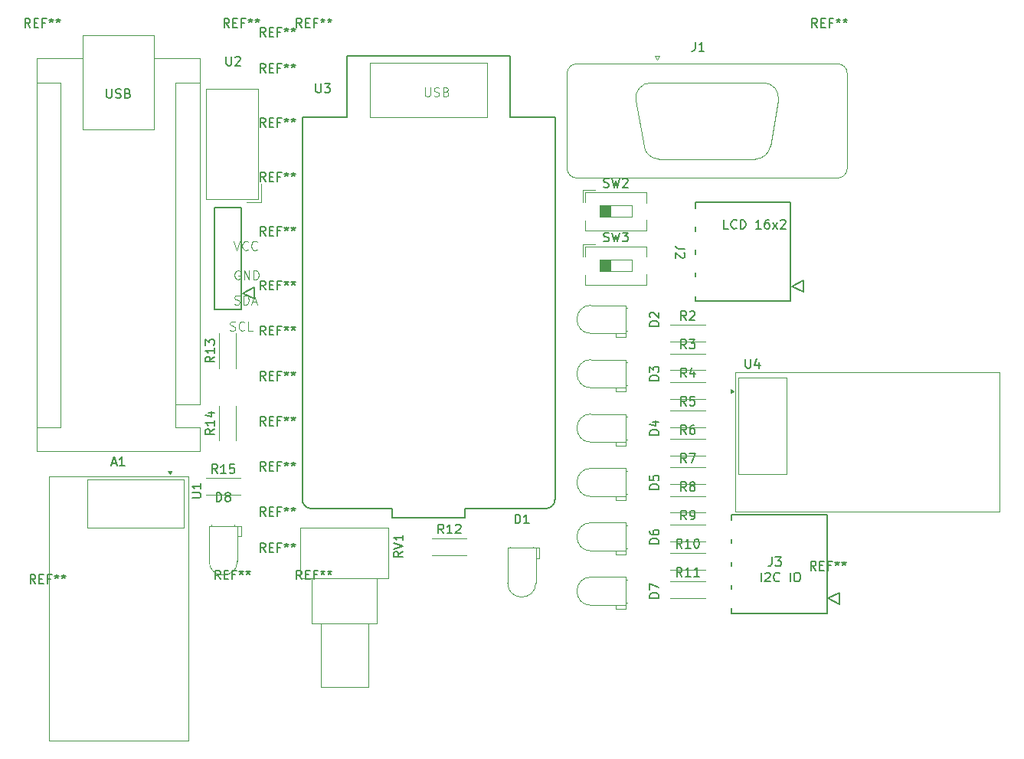
<source format=gto>
G04 #@! TF.GenerationSoftware,KiCad,Pcbnew,9.0.1*
G04 #@! TF.CreationDate,2025-05-10T06:39:09-07:00*
G04 #@! TF.ProjectId,ARDU_RF_TEMP,41524455-5f52-4465-9f54-454d502e6b69,rev?*
G04 #@! TF.SameCoordinates,Original*
G04 #@! TF.FileFunction,Legend,Top*
G04 #@! TF.FilePolarity,Positive*
%FSLAX46Y46*%
G04 Gerber Fmt 4.6, Leading zero omitted, Abs format (unit mm)*
G04 Created by KiCad (PCBNEW 9.0.1) date 2025-05-10 06:39:09*
%MOMM*%
%LPD*%
G01*
G04 APERTURE LIST*
%ADD10C,0.100000*%
%ADD11C,0.200000*%
%ADD12C,0.150000*%
%ADD13C,0.120000*%
%ADD14C,0.127000*%
%ADD15C,0.152400*%
G04 APERTURE END LIST*
D10*
X37256265Y-43824800D02*
X37399122Y-43872419D01*
X37399122Y-43872419D02*
X37637217Y-43872419D01*
X37637217Y-43872419D02*
X37732455Y-43824800D01*
X37732455Y-43824800D02*
X37780074Y-43777180D01*
X37780074Y-43777180D02*
X37827693Y-43681942D01*
X37827693Y-43681942D02*
X37827693Y-43586704D01*
X37827693Y-43586704D02*
X37780074Y-43491466D01*
X37780074Y-43491466D02*
X37732455Y-43443847D01*
X37732455Y-43443847D02*
X37637217Y-43396228D01*
X37637217Y-43396228D02*
X37446741Y-43348609D01*
X37446741Y-43348609D02*
X37351503Y-43300990D01*
X37351503Y-43300990D02*
X37303884Y-43253371D01*
X37303884Y-43253371D02*
X37256265Y-43158133D01*
X37256265Y-43158133D02*
X37256265Y-43062895D01*
X37256265Y-43062895D02*
X37303884Y-42967657D01*
X37303884Y-42967657D02*
X37351503Y-42920038D01*
X37351503Y-42920038D02*
X37446741Y-42872419D01*
X37446741Y-42872419D02*
X37684836Y-42872419D01*
X37684836Y-42872419D02*
X37827693Y-42920038D01*
X38256265Y-43872419D02*
X38256265Y-42872419D01*
X38256265Y-42872419D02*
X38494360Y-42872419D01*
X38494360Y-42872419D02*
X38637217Y-42920038D01*
X38637217Y-42920038D02*
X38732455Y-43015276D01*
X38732455Y-43015276D02*
X38780074Y-43110514D01*
X38780074Y-43110514D02*
X38827693Y-43300990D01*
X38827693Y-43300990D02*
X38827693Y-43443847D01*
X38827693Y-43443847D02*
X38780074Y-43634323D01*
X38780074Y-43634323D02*
X38732455Y-43729561D01*
X38732455Y-43729561D02*
X38637217Y-43824800D01*
X38637217Y-43824800D02*
X38494360Y-43872419D01*
X38494360Y-43872419D02*
X38256265Y-43872419D01*
X39208646Y-43586704D02*
X39684836Y-43586704D01*
X39113408Y-43872419D02*
X39446741Y-42872419D01*
X39446741Y-42872419D02*
X39780074Y-43872419D01*
X37827693Y-40170038D02*
X37732455Y-40122419D01*
X37732455Y-40122419D02*
X37589598Y-40122419D01*
X37589598Y-40122419D02*
X37446741Y-40170038D01*
X37446741Y-40170038D02*
X37351503Y-40265276D01*
X37351503Y-40265276D02*
X37303884Y-40360514D01*
X37303884Y-40360514D02*
X37256265Y-40550990D01*
X37256265Y-40550990D02*
X37256265Y-40693847D01*
X37256265Y-40693847D02*
X37303884Y-40884323D01*
X37303884Y-40884323D02*
X37351503Y-40979561D01*
X37351503Y-40979561D02*
X37446741Y-41074800D01*
X37446741Y-41074800D02*
X37589598Y-41122419D01*
X37589598Y-41122419D02*
X37684836Y-41122419D01*
X37684836Y-41122419D02*
X37827693Y-41074800D01*
X37827693Y-41074800D02*
X37875312Y-41027180D01*
X37875312Y-41027180D02*
X37875312Y-40693847D01*
X37875312Y-40693847D02*
X37684836Y-40693847D01*
X38303884Y-41122419D02*
X38303884Y-40122419D01*
X38303884Y-40122419D02*
X38875312Y-41122419D01*
X38875312Y-41122419D02*
X38875312Y-40122419D01*
X39351503Y-41122419D02*
X39351503Y-40122419D01*
X39351503Y-40122419D02*
X39589598Y-40122419D01*
X39589598Y-40122419D02*
X39732455Y-40170038D01*
X39732455Y-40170038D02*
X39827693Y-40265276D01*
X39827693Y-40265276D02*
X39875312Y-40360514D01*
X39875312Y-40360514D02*
X39922931Y-40550990D01*
X39922931Y-40550990D02*
X39922931Y-40693847D01*
X39922931Y-40693847D02*
X39875312Y-40884323D01*
X39875312Y-40884323D02*
X39827693Y-40979561D01*
X39827693Y-40979561D02*
X39732455Y-41074800D01*
X39732455Y-41074800D02*
X39589598Y-41122419D01*
X39589598Y-41122419D02*
X39351503Y-41122419D01*
D11*
X95477173Y-74507219D02*
X95477173Y-73507219D01*
X95905744Y-73602457D02*
X95953363Y-73554838D01*
X95953363Y-73554838D02*
X96048601Y-73507219D01*
X96048601Y-73507219D02*
X96286696Y-73507219D01*
X96286696Y-73507219D02*
X96381934Y-73554838D01*
X96381934Y-73554838D02*
X96429553Y-73602457D01*
X96429553Y-73602457D02*
X96477172Y-73697695D01*
X96477172Y-73697695D02*
X96477172Y-73792933D01*
X96477172Y-73792933D02*
X96429553Y-73935790D01*
X96429553Y-73935790D02*
X95858125Y-74507219D01*
X95858125Y-74507219D02*
X96477172Y-74507219D01*
X97477172Y-74411980D02*
X97429553Y-74459600D01*
X97429553Y-74459600D02*
X97286696Y-74507219D01*
X97286696Y-74507219D02*
X97191458Y-74507219D01*
X97191458Y-74507219D02*
X97048601Y-74459600D01*
X97048601Y-74459600D02*
X96953363Y-74364361D01*
X96953363Y-74364361D02*
X96905744Y-74269123D01*
X96905744Y-74269123D02*
X96858125Y-74078647D01*
X96858125Y-74078647D02*
X96858125Y-73935790D01*
X96858125Y-73935790D02*
X96905744Y-73745314D01*
X96905744Y-73745314D02*
X96953363Y-73650076D01*
X96953363Y-73650076D02*
X97048601Y-73554838D01*
X97048601Y-73554838D02*
X97191458Y-73507219D01*
X97191458Y-73507219D02*
X97286696Y-73507219D01*
X97286696Y-73507219D02*
X97429553Y-73554838D01*
X97429553Y-73554838D02*
X97477172Y-73602457D01*
X98667649Y-74507219D02*
X98667649Y-73507219D01*
X99334315Y-73507219D02*
X99524791Y-73507219D01*
X99524791Y-73507219D02*
X99620029Y-73554838D01*
X99620029Y-73554838D02*
X99715267Y-73650076D01*
X99715267Y-73650076D02*
X99762886Y-73840552D01*
X99762886Y-73840552D02*
X99762886Y-74173885D01*
X99762886Y-74173885D02*
X99715267Y-74364361D01*
X99715267Y-74364361D02*
X99620029Y-74459600D01*
X99620029Y-74459600D02*
X99524791Y-74507219D01*
X99524791Y-74507219D02*
X99334315Y-74507219D01*
X99334315Y-74507219D02*
X99239077Y-74459600D01*
X99239077Y-74459600D02*
X99143839Y-74364361D01*
X99143839Y-74364361D02*
X99096220Y-74173885D01*
X99096220Y-74173885D02*
X99096220Y-73840552D01*
X99096220Y-73840552D02*
X99143839Y-73650076D01*
X99143839Y-73650076D02*
X99239077Y-73554838D01*
X99239077Y-73554838D02*
X99334315Y-73507219D01*
D10*
X36756265Y-46713600D02*
X36899122Y-46761219D01*
X36899122Y-46761219D02*
X37137217Y-46761219D01*
X37137217Y-46761219D02*
X37232455Y-46713600D01*
X37232455Y-46713600D02*
X37280074Y-46665980D01*
X37280074Y-46665980D02*
X37327693Y-46570742D01*
X37327693Y-46570742D02*
X37327693Y-46475504D01*
X37327693Y-46475504D02*
X37280074Y-46380266D01*
X37280074Y-46380266D02*
X37232455Y-46332647D01*
X37232455Y-46332647D02*
X37137217Y-46285028D01*
X37137217Y-46285028D02*
X36946741Y-46237409D01*
X36946741Y-46237409D02*
X36851503Y-46189790D01*
X36851503Y-46189790D02*
X36803884Y-46142171D01*
X36803884Y-46142171D02*
X36756265Y-46046933D01*
X36756265Y-46046933D02*
X36756265Y-45951695D01*
X36756265Y-45951695D02*
X36803884Y-45856457D01*
X36803884Y-45856457D02*
X36851503Y-45808838D01*
X36851503Y-45808838D02*
X36946741Y-45761219D01*
X36946741Y-45761219D02*
X37184836Y-45761219D01*
X37184836Y-45761219D02*
X37327693Y-45808838D01*
X38327693Y-46665980D02*
X38280074Y-46713600D01*
X38280074Y-46713600D02*
X38137217Y-46761219D01*
X38137217Y-46761219D02*
X38041979Y-46761219D01*
X38041979Y-46761219D02*
X37899122Y-46713600D01*
X37899122Y-46713600D02*
X37803884Y-46618361D01*
X37803884Y-46618361D02*
X37756265Y-46523123D01*
X37756265Y-46523123D02*
X37708646Y-46332647D01*
X37708646Y-46332647D02*
X37708646Y-46189790D01*
X37708646Y-46189790D02*
X37756265Y-45999314D01*
X37756265Y-45999314D02*
X37803884Y-45904076D01*
X37803884Y-45904076D02*
X37899122Y-45808838D01*
X37899122Y-45808838D02*
X38041979Y-45761219D01*
X38041979Y-45761219D02*
X38137217Y-45761219D01*
X38137217Y-45761219D02*
X38280074Y-45808838D01*
X38280074Y-45808838D02*
X38327693Y-45856457D01*
X39232455Y-46761219D02*
X38756265Y-46761219D01*
X38756265Y-46761219D02*
X38756265Y-45761219D01*
D11*
X91845863Y-35507219D02*
X91369673Y-35507219D01*
X91369673Y-35507219D02*
X91369673Y-34507219D01*
X92750625Y-35411980D02*
X92703006Y-35459600D01*
X92703006Y-35459600D02*
X92560149Y-35507219D01*
X92560149Y-35507219D02*
X92464911Y-35507219D01*
X92464911Y-35507219D02*
X92322054Y-35459600D01*
X92322054Y-35459600D02*
X92226816Y-35364361D01*
X92226816Y-35364361D02*
X92179197Y-35269123D01*
X92179197Y-35269123D02*
X92131578Y-35078647D01*
X92131578Y-35078647D02*
X92131578Y-34935790D01*
X92131578Y-34935790D02*
X92179197Y-34745314D01*
X92179197Y-34745314D02*
X92226816Y-34650076D01*
X92226816Y-34650076D02*
X92322054Y-34554838D01*
X92322054Y-34554838D02*
X92464911Y-34507219D01*
X92464911Y-34507219D02*
X92560149Y-34507219D01*
X92560149Y-34507219D02*
X92703006Y-34554838D01*
X92703006Y-34554838D02*
X92750625Y-34602457D01*
X93179197Y-35507219D02*
X93179197Y-34507219D01*
X93179197Y-34507219D02*
X93417292Y-34507219D01*
X93417292Y-34507219D02*
X93560149Y-34554838D01*
X93560149Y-34554838D02*
X93655387Y-34650076D01*
X93655387Y-34650076D02*
X93703006Y-34745314D01*
X93703006Y-34745314D02*
X93750625Y-34935790D01*
X93750625Y-34935790D02*
X93750625Y-35078647D01*
X93750625Y-35078647D02*
X93703006Y-35269123D01*
X93703006Y-35269123D02*
X93655387Y-35364361D01*
X93655387Y-35364361D02*
X93560149Y-35459600D01*
X93560149Y-35459600D02*
X93417292Y-35507219D01*
X93417292Y-35507219D02*
X93179197Y-35507219D01*
X95464911Y-35507219D02*
X94893483Y-35507219D01*
X95179197Y-35507219D02*
X95179197Y-34507219D01*
X95179197Y-34507219D02*
X95083959Y-34650076D01*
X95083959Y-34650076D02*
X94988721Y-34745314D01*
X94988721Y-34745314D02*
X94893483Y-34792933D01*
X96322054Y-34507219D02*
X96131578Y-34507219D01*
X96131578Y-34507219D02*
X96036340Y-34554838D01*
X96036340Y-34554838D02*
X95988721Y-34602457D01*
X95988721Y-34602457D02*
X95893483Y-34745314D01*
X95893483Y-34745314D02*
X95845864Y-34935790D01*
X95845864Y-34935790D02*
X95845864Y-35316742D01*
X95845864Y-35316742D02*
X95893483Y-35411980D01*
X95893483Y-35411980D02*
X95941102Y-35459600D01*
X95941102Y-35459600D02*
X96036340Y-35507219D01*
X96036340Y-35507219D02*
X96226816Y-35507219D01*
X96226816Y-35507219D02*
X96322054Y-35459600D01*
X96322054Y-35459600D02*
X96369673Y-35411980D01*
X96369673Y-35411980D02*
X96417292Y-35316742D01*
X96417292Y-35316742D02*
X96417292Y-35078647D01*
X96417292Y-35078647D02*
X96369673Y-34983409D01*
X96369673Y-34983409D02*
X96322054Y-34935790D01*
X96322054Y-34935790D02*
X96226816Y-34888171D01*
X96226816Y-34888171D02*
X96036340Y-34888171D01*
X96036340Y-34888171D02*
X95941102Y-34935790D01*
X95941102Y-34935790D02*
X95893483Y-34983409D01*
X95893483Y-34983409D02*
X95845864Y-35078647D01*
X96750626Y-35507219D02*
X97274435Y-34840552D01*
X96750626Y-34840552D02*
X97274435Y-35507219D01*
X97607769Y-34602457D02*
X97655388Y-34554838D01*
X97655388Y-34554838D02*
X97750626Y-34507219D01*
X97750626Y-34507219D02*
X97988721Y-34507219D01*
X97988721Y-34507219D02*
X98083959Y-34554838D01*
X98083959Y-34554838D02*
X98131578Y-34602457D01*
X98131578Y-34602457D02*
X98179197Y-34697695D01*
X98179197Y-34697695D02*
X98179197Y-34792933D01*
X98179197Y-34792933D02*
X98131578Y-34935790D01*
X98131578Y-34935790D02*
X97560150Y-35507219D01*
X97560150Y-35507219D02*
X98179197Y-35507219D01*
D10*
X37161027Y-36872419D02*
X37494360Y-37872419D01*
X37494360Y-37872419D02*
X37827693Y-36872419D01*
X38732455Y-37777180D02*
X38684836Y-37824800D01*
X38684836Y-37824800D02*
X38541979Y-37872419D01*
X38541979Y-37872419D02*
X38446741Y-37872419D01*
X38446741Y-37872419D02*
X38303884Y-37824800D01*
X38303884Y-37824800D02*
X38208646Y-37729561D01*
X38208646Y-37729561D02*
X38161027Y-37634323D01*
X38161027Y-37634323D02*
X38113408Y-37443847D01*
X38113408Y-37443847D02*
X38113408Y-37300990D01*
X38113408Y-37300990D02*
X38161027Y-37110514D01*
X38161027Y-37110514D02*
X38208646Y-37015276D01*
X38208646Y-37015276D02*
X38303884Y-36920038D01*
X38303884Y-36920038D02*
X38446741Y-36872419D01*
X38446741Y-36872419D02*
X38541979Y-36872419D01*
X38541979Y-36872419D02*
X38684836Y-36920038D01*
X38684836Y-36920038D02*
X38732455Y-36967657D01*
X39732455Y-37777180D02*
X39684836Y-37824800D01*
X39684836Y-37824800D02*
X39541979Y-37872419D01*
X39541979Y-37872419D02*
X39446741Y-37872419D01*
X39446741Y-37872419D02*
X39303884Y-37824800D01*
X39303884Y-37824800D02*
X39208646Y-37729561D01*
X39208646Y-37729561D02*
X39161027Y-37634323D01*
X39161027Y-37634323D02*
X39113408Y-37443847D01*
X39113408Y-37443847D02*
X39113408Y-37300990D01*
X39113408Y-37300990D02*
X39161027Y-37110514D01*
X39161027Y-37110514D02*
X39208646Y-37015276D01*
X39208646Y-37015276D02*
X39303884Y-36920038D01*
X39303884Y-36920038D02*
X39446741Y-36872419D01*
X39446741Y-36872419D02*
X39541979Y-36872419D01*
X39541979Y-36872419D02*
X39684836Y-36920038D01*
X39684836Y-36920038D02*
X39732455Y-36967657D01*
D12*
X35261905Y-65659819D02*
X35261905Y-64659819D01*
X35261905Y-64659819D02*
X35500000Y-64659819D01*
X35500000Y-64659819D02*
X35642857Y-64707438D01*
X35642857Y-64707438D02*
X35738095Y-64802676D01*
X35738095Y-64802676D02*
X35785714Y-64897914D01*
X35785714Y-64897914D02*
X35833333Y-65088390D01*
X35833333Y-65088390D02*
X35833333Y-65231247D01*
X35833333Y-65231247D02*
X35785714Y-65421723D01*
X35785714Y-65421723D02*
X35738095Y-65516961D01*
X35738095Y-65516961D02*
X35642857Y-65612200D01*
X35642857Y-65612200D02*
X35500000Y-65659819D01*
X35500000Y-65659819D02*
X35261905Y-65659819D01*
X36404762Y-65088390D02*
X36309524Y-65040771D01*
X36309524Y-65040771D02*
X36261905Y-64993152D01*
X36261905Y-64993152D02*
X36214286Y-64897914D01*
X36214286Y-64897914D02*
X36214286Y-64850295D01*
X36214286Y-64850295D02*
X36261905Y-64755057D01*
X36261905Y-64755057D02*
X36309524Y-64707438D01*
X36309524Y-64707438D02*
X36404762Y-64659819D01*
X36404762Y-64659819D02*
X36595238Y-64659819D01*
X36595238Y-64659819D02*
X36690476Y-64707438D01*
X36690476Y-64707438D02*
X36738095Y-64755057D01*
X36738095Y-64755057D02*
X36785714Y-64850295D01*
X36785714Y-64850295D02*
X36785714Y-64897914D01*
X36785714Y-64897914D02*
X36738095Y-64993152D01*
X36738095Y-64993152D02*
X36690476Y-65040771D01*
X36690476Y-65040771D02*
X36595238Y-65088390D01*
X36595238Y-65088390D02*
X36404762Y-65088390D01*
X36404762Y-65088390D02*
X36309524Y-65136009D01*
X36309524Y-65136009D02*
X36261905Y-65183628D01*
X36261905Y-65183628D02*
X36214286Y-65278866D01*
X36214286Y-65278866D02*
X36214286Y-65469342D01*
X36214286Y-65469342D02*
X36261905Y-65564580D01*
X36261905Y-65564580D02*
X36309524Y-65612200D01*
X36309524Y-65612200D02*
X36404762Y-65659819D01*
X36404762Y-65659819D02*
X36595238Y-65659819D01*
X36595238Y-65659819D02*
X36690476Y-65612200D01*
X36690476Y-65612200D02*
X36738095Y-65564580D01*
X36738095Y-65564580D02*
X36785714Y-65469342D01*
X36785714Y-65469342D02*
X36785714Y-65278866D01*
X36785714Y-65278866D02*
X36738095Y-65183628D01*
X36738095Y-65183628D02*
X36690476Y-65136009D01*
X36690476Y-65136009D02*
X36595238Y-65088390D01*
X35357142Y-62534819D02*
X35023809Y-62058628D01*
X34785714Y-62534819D02*
X34785714Y-61534819D01*
X34785714Y-61534819D02*
X35166666Y-61534819D01*
X35166666Y-61534819D02*
X35261904Y-61582438D01*
X35261904Y-61582438D02*
X35309523Y-61630057D01*
X35309523Y-61630057D02*
X35357142Y-61725295D01*
X35357142Y-61725295D02*
X35357142Y-61868152D01*
X35357142Y-61868152D02*
X35309523Y-61963390D01*
X35309523Y-61963390D02*
X35261904Y-62011009D01*
X35261904Y-62011009D02*
X35166666Y-62058628D01*
X35166666Y-62058628D02*
X34785714Y-62058628D01*
X36309523Y-62534819D02*
X35738095Y-62534819D01*
X36023809Y-62534819D02*
X36023809Y-61534819D01*
X36023809Y-61534819D02*
X35928571Y-61677676D01*
X35928571Y-61677676D02*
X35833333Y-61772914D01*
X35833333Y-61772914D02*
X35738095Y-61820533D01*
X37214285Y-61534819D02*
X36738095Y-61534819D01*
X36738095Y-61534819D02*
X36690476Y-62011009D01*
X36690476Y-62011009D02*
X36738095Y-61963390D01*
X36738095Y-61963390D02*
X36833333Y-61915771D01*
X36833333Y-61915771D02*
X37071428Y-61915771D01*
X37071428Y-61915771D02*
X37166666Y-61963390D01*
X37166666Y-61963390D02*
X37214285Y-62011009D01*
X37214285Y-62011009D02*
X37261904Y-62106247D01*
X37261904Y-62106247D02*
X37261904Y-62344342D01*
X37261904Y-62344342D02*
X37214285Y-62439580D01*
X37214285Y-62439580D02*
X37166666Y-62487200D01*
X37166666Y-62487200D02*
X37071428Y-62534819D01*
X37071428Y-62534819D02*
X36833333Y-62534819D01*
X36833333Y-62534819D02*
X36738095Y-62487200D01*
X36738095Y-62487200D02*
X36690476Y-62439580D01*
X87193333Y-45602319D02*
X86860000Y-45126128D01*
X86621905Y-45602319D02*
X86621905Y-44602319D01*
X86621905Y-44602319D02*
X87002857Y-44602319D01*
X87002857Y-44602319D02*
X87098095Y-44649938D01*
X87098095Y-44649938D02*
X87145714Y-44697557D01*
X87145714Y-44697557D02*
X87193333Y-44792795D01*
X87193333Y-44792795D02*
X87193333Y-44935652D01*
X87193333Y-44935652D02*
X87145714Y-45030890D01*
X87145714Y-45030890D02*
X87098095Y-45078509D01*
X87098095Y-45078509D02*
X87002857Y-45126128D01*
X87002857Y-45126128D02*
X86621905Y-45126128D01*
X87574286Y-44697557D02*
X87621905Y-44649938D01*
X87621905Y-44649938D02*
X87717143Y-44602319D01*
X87717143Y-44602319D02*
X87955238Y-44602319D01*
X87955238Y-44602319D02*
X88050476Y-44649938D01*
X88050476Y-44649938D02*
X88098095Y-44697557D01*
X88098095Y-44697557D02*
X88145714Y-44792795D01*
X88145714Y-44792795D02*
X88145714Y-44888033D01*
X88145714Y-44888033D02*
X88098095Y-45030890D01*
X88098095Y-45030890D02*
X87526667Y-45602319D01*
X87526667Y-45602319D02*
X88145714Y-45602319D01*
X84149819Y-64285594D02*
X83149819Y-64285594D01*
X83149819Y-64285594D02*
X83149819Y-64047499D01*
X83149819Y-64047499D02*
X83197438Y-63904642D01*
X83197438Y-63904642D02*
X83292676Y-63809404D01*
X83292676Y-63809404D02*
X83387914Y-63761785D01*
X83387914Y-63761785D02*
X83578390Y-63714166D01*
X83578390Y-63714166D02*
X83721247Y-63714166D01*
X83721247Y-63714166D02*
X83911723Y-63761785D01*
X83911723Y-63761785D02*
X84006961Y-63809404D01*
X84006961Y-63809404D02*
X84102200Y-63904642D01*
X84102200Y-63904642D02*
X84149819Y-64047499D01*
X84149819Y-64047499D02*
X84149819Y-64285594D01*
X83149819Y-62809404D02*
X83149819Y-63285594D01*
X83149819Y-63285594D02*
X83626009Y-63333213D01*
X83626009Y-63333213D02*
X83578390Y-63285594D01*
X83578390Y-63285594D02*
X83530771Y-63190356D01*
X83530771Y-63190356D02*
X83530771Y-62952261D01*
X83530771Y-62952261D02*
X83578390Y-62857023D01*
X83578390Y-62857023D02*
X83626009Y-62809404D01*
X83626009Y-62809404D02*
X83721247Y-62761785D01*
X83721247Y-62761785D02*
X83959342Y-62761785D01*
X83959342Y-62761785D02*
X84054580Y-62809404D01*
X84054580Y-62809404D02*
X84102200Y-62857023D01*
X84102200Y-62857023D02*
X84149819Y-62952261D01*
X84149819Y-62952261D02*
X84149819Y-63190356D01*
X84149819Y-63190356D02*
X84102200Y-63285594D01*
X84102200Y-63285594D02*
X84054580Y-63333213D01*
X78071667Y-30877200D02*
X78214524Y-30924819D01*
X78214524Y-30924819D02*
X78452619Y-30924819D01*
X78452619Y-30924819D02*
X78547857Y-30877200D01*
X78547857Y-30877200D02*
X78595476Y-30829580D01*
X78595476Y-30829580D02*
X78643095Y-30734342D01*
X78643095Y-30734342D02*
X78643095Y-30639104D01*
X78643095Y-30639104D02*
X78595476Y-30543866D01*
X78595476Y-30543866D02*
X78547857Y-30496247D01*
X78547857Y-30496247D02*
X78452619Y-30448628D01*
X78452619Y-30448628D02*
X78262143Y-30401009D01*
X78262143Y-30401009D02*
X78166905Y-30353390D01*
X78166905Y-30353390D02*
X78119286Y-30305771D01*
X78119286Y-30305771D02*
X78071667Y-30210533D01*
X78071667Y-30210533D02*
X78071667Y-30115295D01*
X78071667Y-30115295D02*
X78119286Y-30020057D01*
X78119286Y-30020057D02*
X78166905Y-29972438D01*
X78166905Y-29972438D02*
X78262143Y-29924819D01*
X78262143Y-29924819D02*
X78500238Y-29924819D01*
X78500238Y-29924819D02*
X78643095Y-29972438D01*
X78976429Y-29924819D02*
X79214524Y-30924819D01*
X79214524Y-30924819D02*
X79405000Y-30210533D01*
X79405000Y-30210533D02*
X79595476Y-30924819D01*
X79595476Y-30924819D02*
X79833572Y-29924819D01*
X80166905Y-30020057D02*
X80214524Y-29972438D01*
X80214524Y-29972438D02*
X80309762Y-29924819D01*
X80309762Y-29924819D02*
X80547857Y-29924819D01*
X80547857Y-29924819D02*
X80643095Y-29972438D01*
X80643095Y-29972438D02*
X80690714Y-30020057D01*
X80690714Y-30020057D02*
X80738333Y-30115295D01*
X80738333Y-30115295D02*
X80738333Y-30210533D01*
X80738333Y-30210533D02*
X80690714Y-30353390D01*
X80690714Y-30353390D02*
X80119286Y-30924819D01*
X80119286Y-30924819D02*
X80738333Y-30924819D01*
X35034819Y-49642857D02*
X34558628Y-49976190D01*
X35034819Y-50214285D02*
X34034819Y-50214285D01*
X34034819Y-50214285D02*
X34034819Y-49833333D01*
X34034819Y-49833333D02*
X34082438Y-49738095D01*
X34082438Y-49738095D02*
X34130057Y-49690476D01*
X34130057Y-49690476D02*
X34225295Y-49642857D01*
X34225295Y-49642857D02*
X34368152Y-49642857D01*
X34368152Y-49642857D02*
X34463390Y-49690476D01*
X34463390Y-49690476D02*
X34511009Y-49738095D01*
X34511009Y-49738095D02*
X34558628Y-49833333D01*
X34558628Y-49833333D02*
X34558628Y-50214285D01*
X35034819Y-48690476D02*
X35034819Y-49261904D01*
X35034819Y-48976190D02*
X34034819Y-48976190D01*
X34034819Y-48976190D02*
X34177676Y-49071428D01*
X34177676Y-49071428D02*
X34272914Y-49166666D01*
X34272914Y-49166666D02*
X34320533Y-49261904D01*
X34034819Y-48357142D02*
X34034819Y-47738095D01*
X34034819Y-47738095D02*
X34415771Y-48071428D01*
X34415771Y-48071428D02*
X34415771Y-47928571D01*
X34415771Y-47928571D02*
X34463390Y-47833333D01*
X34463390Y-47833333D02*
X34511009Y-47785714D01*
X34511009Y-47785714D02*
X34606247Y-47738095D01*
X34606247Y-47738095D02*
X34844342Y-47738095D01*
X34844342Y-47738095D02*
X34939580Y-47785714D01*
X34939580Y-47785714D02*
X34987200Y-47833333D01*
X34987200Y-47833333D02*
X35034819Y-47928571D01*
X35034819Y-47928571D02*
X35034819Y-48214285D01*
X35034819Y-48214285D02*
X34987200Y-48309523D01*
X34987200Y-48309523D02*
X34939580Y-48357142D01*
X84149819Y-76305594D02*
X83149819Y-76305594D01*
X83149819Y-76305594D02*
X83149819Y-76067499D01*
X83149819Y-76067499D02*
X83197438Y-75924642D01*
X83197438Y-75924642D02*
X83292676Y-75829404D01*
X83292676Y-75829404D02*
X83387914Y-75781785D01*
X83387914Y-75781785D02*
X83578390Y-75734166D01*
X83578390Y-75734166D02*
X83721247Y-75734166D01*
X83721247Y-75734166D02*
X83911723Y-75781785D01*
X83911723Y-75781785D02*
X84006961Y-75829404D01*
X84006961Y-75829404D02*
X84102200Y-75924642D01*
X84102200Y-75924642D02*
X84149819Y-76067499D01*
X84149819Y-76067499D02*
X84149819Y-76305594D01*
X83149819Y-75400832D02*
X83149819Y-74734166D01*
X83149819Y-74734166D02*
X84149819Y-75162737D01*
X44666666Y-13254819D02*
X44333333Y-12778628D01*
X44095238Y-13254819D02*
X44095238Y-12254819D01*
X44095238Y-12254819D02*
X44476190Y-12254819D01*
X44476190Y-12254819D02*
X44571428Y-12302438D01*
X44571428Y-12302438D02*
X44619047Y-12350057D01*
X44619047Y-12350057D02*
X44666666Y-12445295D01*
X44666666Y-12445295D02*
X44666666Y-12588152D01*
X44666666Y-12588152D02*
X44619047Y-12683390D01*
X44619047Y-12683390D02*
X44571428Y-12731009D01*
X44571428Y-12731009D02*
X44476190Y-12778628D01*
X44476190Y-12778628D02*
X44095238Y-12778628D01*
X45095238Y-12731009D02*
X45428571Y-12731009D01*
X45571428Y-13254819D02*
X45095238Y-13254819D01*
X45095238Y-13254819D02*
X45095238Y-12254819D01*
X45095238Y-12254819D02*
X45571428Y-12254819D01*
X46333333Y-12731009D02*
X46000000Y-12731009D01*
X46000000Y-13254819D02*
X46000000Y-12254819D01*
X46000000Y-12254819D02*
X46476190Y-12254819D01*
X47000000Y-12254819D02*
X47000000Y-12492914D01*
X46761905Y-12397676D02*
X47000000Y-12492914D01*
X47000000Y-12492914D02*
X47238095Y-12397676D01*
X46857143Y-12683390D02*
X47000000Y-12492914D01*
X47000000Y-12492914D02*
X47142857Y-12683390D01*
X47761905Y-12254819D02*
X47761905Y-12492914D01*
X47523810Y-12397676D02*
X47761905Y-12492914D01*
X47761905Y-12492914D02*
X48000000Y-12397676D01*
X47619048Y-12683390D02*
X47761905Y-12492914D01*
X47761905Y-12492914D02*
X47904762Y-12683390D01*
X84149819Y-46255594D02*
X83149819Y-46255594D01*
X83149819Y-46255594D02*
X83149819Y-46017499D01*
X83149819Y-46017499D02*
X83197438Y-45874642D01*
X83197438Y-45874642D02*
X83292676Y-45779404D01*
X83292676Y-45779404D02*
X83387914Y-45731785D01*
X83387914Y-45731785D02*
X83578390Y-45684166D01*
X83578390Y-45684166D02*
X83721247Y-45684166D01*
X83721247Y-45684166D02*
X83911723Y-45731785D01*
X83911723Y-45731785D02*
X84006961Y-45779404D01*
X84006961Y-45779404D02*
X84102200Y-45874642D01*
X84102200Y-45874642D02*
X84149819Y-46017499D01*
X84149819Y-46017499D02*
X84149819Y-46255594D01*
X83245057Y-45303213D02*
X83197438Y-45255594D01*
X83197438Y-45255594D02*
X83149819Y-45160356D01*
X83149819Y-45160356D02*
X83149819Y-44922261D01*
X83149819Y-44922261D02*
X83197438Y-44827023D01*
X83197438Y-44827023D02*
X83245057Y-44779404D01*
X83245057Y-44779404D02*
X83340295Y-44731785D01*
X83340295Y-44731785D02*
X83435533Y-44731785D01*
X83435533Y-44731785D02*
X83578390Y-44779404D01*
X83578390Y-44779404D02*
X84149819Y-45350832D01*
X84149819Y-45350832D02*
X84149819Y-44731785D01*
X44666666Y-74254819D02*
X44333333Y-73778628D01*
X44095238Y-74254819D02*
X44095238Y-73254819D01*
X44095238Y-73254819D02*
X44476190Y-73254819D01*
X44476190Y-73254819D02*
X44571428Y-73302438D01*
X44571428Y-73302438D02*
X44619047Y-73350057D01*
X44619047Y-73350057D02*
X44666666Y-73445295D01*
X44666666Y-73445295D02*
X44666666Y-73588152D01*
X44666666Y-73588152D02*
X44619047Y-73683390D01*
X44619047Y-73683390D02*
X44571428Y-73731009D01*
X44571428Y-73731009D02*
X44476190Y-73778628D01*
X44476190Y-73778628D02*
X44095238Y-73778628D01*
X45095238Y-73731009D02*
X45428571Y-73731009D01*
X45571428Y-74254819D02*
X45095238Y-74254819D01*
X45095238Y-74254819D02*
X45095238Y-73254819D01*
X45095238Y-73254819D02*
X45571428Y-73254819D01*
X46333333Y-73731009D02*
X46000000Y-73731009D01*
X46000000Y-74254819D02*
X46000000Y-73254819D01*
X46000000Y-73254819D02*
X46476190Y-73254819D01*
X47000000Y-73254819D02*
X47000000Y-73492914D01*
X46761905Y-73397676D02*
X47000000Y-73492914D01*
X47000000Y-73492914D02*
X47238095Y-73397676D01*
X46857143Y-73683390D02*
X47000000Y-73492914D01*
X47000000Y-73492914D02*
X47142857Y-73683390D01*
X47761905Y-73254819D02*
X47761905Y-73492914D01*
X47523810Y-73397676D02*
X47761905Y-73492914D01*
X47761905Y-73492914D02*
X48000000Y-73397676D01*
X47619048Y-73683390D02*
X47761905Y-73492914D01*
X47761905Y-73492914D02*
X47904762Y-73683390D01*
X87193333Y-51902319D02*
X86860000Y-51426128D01*
X86621905Y-51902319D02*
X86621905Y-50902319D01*
X86621905Y-50902319D02*
X87002857Y-50902319D01*
X87002857Y-50902319D02*
X87098095Y-50949938D01*
X87098095Y-50949938D02*
X87145714Y-50997557D01*
X87145714Y-50997557D02*
X87193333Y-51092795D01*
X87193333Y-51092795D02*
X87193333Y-51235652D01*
X87193333Y-51235652D02*
X87145714Y-51330890D01*
X87145714Y-51330890D02*
X87098095Y-51378509D01*
X87098095Y-51378509D02*
X87002857Y-51426128D01*
X87002857Y-51426128D02*
X86621905Y-51426128D01*
X88050476Y-51235652D02*
X88050476Y-51902319D01*
X87812381Y-50854700D02*
X87574286Y-51568985D01*
X87574286Y-51568985D02*
X88193333Y-51568985D01*
X87193333Y-58202319D02*
X86860000Y-57726128D01*
X86621905Y-58202319D02*
X86621905Y-57202319D01*
X86621905Y-57202319D02*
X87002857Y-57202319D01*
X87002857Y-57202319D02*
X87098095Y-57249938D01*
X87098095Y-57249938D02*
X87145714Y-57297557D01*
X87145714Y-57297557D02*
X87193333Y-57392795D01*
X87193333Y-57392795D02*
X87193333Y-57535652D01*
X87193333Y-57535652D02*
X87145714Y-57630890D01*
X87145714Y-57630890D02*
X87098095Y-57678509D01*
X87098095Y-57678509D02*
X87002857Y-57726128D01*
X87002857Y-57726128D02*
X86621905Y-57726128D01*
X88050476Y-57202319D02*
X87860000Y-57202319D01*
X87860000Y-57202319D02*
X87764762Y-57249938D01*
X87764762Y-57249938D02*
X87717143Y-57297557D01*
X87717143Y-57297557D02*
X87621905Y-57440414D01*
X87621905Y-57440414D02*
X87574286Y-57630890D01*
X87574286Y-57630890D02*
X87574286Y-58011842D01*
X87574286Y-58011842D02*
X87621905Y-58107080D01*
X87621905Y-58107080D02*
X87669524Y-58154700D01*
X87669524Y-58154700D02*
X87764762Y-58202319D01*
X87764762Y-58202319D02*
X87955238Y-58202319D01*
X87955238Y-58202319D02*
X88050476Y-58154700D01*
X88050476Y-58154700D02*
X88098095Y-58107080D01*
X88098095Y-58107080D02*
X88145714Y-58011842D01*
X88145714Y-58011842D02*
X88145714Y-57773747D01*
X88145714Y-57773747D02*
X88098095Y-57678509D01*
X88098095Y-57678509D02*
X88050476Y-57630890D01*
X88050476Y-57630890D02*
X87955238Y-57583271D01*
X87955238Y-57583271D02*
X87764762Y-57583271D01*
X87764762Y-57583271D02*
X87669524Y-57630890D01*
X87669524Y-57630890D02*
X87621905Y-57678509D01*
X87621905Y-57678509D02*
X87574286Y-57773747D01*
X23665714Y-61409104D02*
X24141904Y-61409104D01*
X23570476Y-61694819D02*
X23903809Y-60694819D01*
X23903809Y-60694819D02*
X24237142Y-61694819D01*
X25094285Y-61694819D02*
X24522857Y-61694819D01*
X24808571Y-61694819D02*
X24808571Y-60694819D01*
X24808571Y-60694819D02*
X24713333Y-60837676D01*
X24713333Y-60837676D02*
X24618095Y-60932914D01*
X24618095Y-60932914D02*
X24522857Y-60980533D01*
X23118095Y-20054819D02*
X23118095Y-20864342D01*
X23118095Y-20864342D02*
X23165714Y-20959580D01*
X23165714Y-20959580D02*
X23213333Y-21007200D01*
X23213333Y-21007200D02*
X23308571Y-21054819D01*
X23308571Y-21054819D02*
X23499047Y-21054819D01*
X23499047Y-21054819D02*
X23594285Y-21007200D01*
X23594285Y-21007200D02*
X23641904Y-20959580D01*
X23641904Y-20959580D02*
X23689523Y-20864342D01*
X23689523Y-20864342D02*
X23689523Y-20054819D01*
X24118095Y-21007200D02*
X24260952Y-21054819D01*
X24260952Y-21054819D02*
X24499047Y-21054819D01*
X24499047Y-21054819D02*
X24594285Y-21007200D01*
X24594285Y-21007200D02*
X24641904Y-20959580D01*
X24641904Y-20959580D02*
X24689523Y-20864342D01*
X24689523Y-20864342D02*
X24689523Y-20769104D01*
X24689523Y-20769104D02*
X24641904Y-20673866D01*
X24641904Y-20673866D02*
X24594285Y-20626247D01*
X24594285Y-20626247D02*
X24499047Y-20578628D01*
X24499047Y-20578628D02*
X24308571Y-20531009D01*
X24308571Y-20531009D02*
X24213333Y-20483390D01*
X24213333Y-20483390D02*
X24165714Y-20435771D01*
X24165714Y-20435771D02*
X24118095Y-20340533D01*
X24118095Y-20340533D02*
X24118095Y-20245295D01*
X24118095Y-20245295D02*
X24165714Y-20150057D01*
X24165714Y-20150057D02*
X24213333Y-20102438D01*
X24213333Y-20102438D02*
X24308571Y-20054819D01*
X24308571Y-20054819D02*
X24546666Y-20054819D01*
X24546666Y-20054819D02*
X24689523Y-20102438D01*
X25451428Y-20531009D02*
X25594285Y-20578628D01*
X25594285Y-20578628D02*
X25641904Y-20626247D01*
X25641904Y-20626247D02*
X25689523Y-20721485D01*
X25689523Y-20721485D02*
X25689523Y-20864342D01*
X25689523Y-20864342D02*
X25641904Y-20959580D01*
X25641904Y-20959580D02*
X25594285Y-21007200D01*
X25594285Y-21007200D02*
X25499047Y-21054819D01*
X25499047Y-21054819D02*
X25118095Y-21054819D01*
X25118095Y-21054819D02*
X25118095Y-20054819D01*
X25118095Y-20054819D02*
X25451428Y-20054819D01*
X25451428Y-20054819D02*
X25546666Y-20102438D01*
X25546666Y-20102438D02*
X25594285Y-20150057D01*
X25594285Y-20150057D02*
X25641904Y-20245295D01*
X25641904Y-20245295D02*
X25641904Y-20340533D01*
X25641904Y-20340533D02*
X25594285Y-20435771D01*
X25594285Y-20435771D02*
X25546666Y-20483390D01*
X25546666Y-20483390D02*
X25451428Y-20531009D01*
X25451428Y-20531009D02*
X25118095Y-20531009D01*
X36335595Y-16454819D02*
X36335595Y-17264342D01*
X36335595Y-17264342D02*
X36383214Y-17359580D01*
X36383214Y-17359580D02*
X36430833Y-17407200D01*
X36430833Y-17407200D02*
X36526071Y-17454819D01*
X36526071Y-17454819D02*
X36716547Y-17454819D01*
X36716547Y-17454819D02*
X36811785Y-17407200D01*
X36811785Y-17407200D02*
X36859404Y-17359580D01*
X36859404Y-17359580D02*
X36907023Y-17264342D01*
X36907023Y-17264342D02*
X36907023Y-16454819D01*
X37335595Y-16550057D02*
X37383214Y-16502438D01*
X37383214Y-16502438D02*
X37478452Y-16454819D01*
X37478452Y-16454819D02*
X37716547Y-16454819D01*
X37716547Y-16454819D02*
X37811785Y-16502438D01*
X37811785Y-16502438D02*
X37859404Y-16550057D01*
X37859404Y-16550057D02*
X37907023Y-16645295D01*
X37907023Y-16645295D02*
X37907023Y-16740533D01*
X37907023Y-16740533D02*
X37859404Y-16883390D01*
X37859404Y-16883390D02*
X37287976Y-17454819D01*
X37287976Y-17454819D02*
X37907023Y-17454819D01*
X35034819Y-57642857D02*
X34558628Y-57976190D01*
X35034819Y-58214285D02*
X34034819Y-58214285D01*
X34034819Y-58214285D02*
X34034819Y-57833333D01*
X34034819Y-57833333D02*
X34082438Y-57738095D01*
X34082438Y-57738095D02*
X34130057Y-57690476D01*
X34130057Y-57690476D02*
X34225295Y-57642857D01*
X34225295Y-57642857D02*
X34368152Y-57642857D01*
X34368152Y-57642857D02*
X34463390Y-57690476D01*
X34463390Y-57690476D02*
X34511009Y-57738095D01*
X34511009Y-57738095D02*
X34558628Y-57833333D01*
X34558628Y-57833333D02*
X34558628Y-58214285D01*
X35034819Y-56690476D02*
X35034819Y-57261904D01*
X35034819Y-56976190D02*
X34034819Y-56976190D01*
X34034819Y-56976190D02*
X34177676Y-57071428D01*
X34177676Y-57071428D02*
X34272914Y-57166666D01*
X34272914Y-57166666D02*
X34320533Y-57261904D01*
X34368152Y-55833333D02*
X35034819Y-55833333D01*
X33987200Y-56071428D02*
X34701485Y-56309523D01*
X34701485Y-56309523D02*
X34701485Y-55690476D01*
X87193333Y-48752319D02*
X86860000Y-48276128D01*
X86621905Y-48752319D02*
X86621905Y-47752319D01*
X86621905Y-47752319D02*
X87002857Y-47752319D01*
X87002857Y-47752319D02*
X87098095Y-47799938D01*
X87098095Y-47799938D02*
X87145714Y-47847557D01*
X87145714Y-47847557D02*
X87193333Y-47942795D01*
X87193333Y-47942795D02*
X87193333Y-48085652D01*
X87193333Y-48085652D02*
X87145714Y-48180890D01*
X87145714Y-48180890D02*
X87098095Y-48228509D01*
X87098095Y-48228509D02*
X87002857Y-48276128D01*
X87002857Y-48276128D02*
X86621905Y-48276128D01*
X87526667Y-47752319D02*
X88145714Y-47752319D01*
X88145714Y-47752319D02*
X87812381Y-48133271D01*
X87812381Y-48133271D02*
X87955238Y-48133271D01*
X87955238Y-48133271D02*
X88050476Y-48180890D01*
X88050476Y-48180890D02*
X88098095Y-48228509D01*
X88098095Y-48228509D02*
X88145714Y-48323747D01*
X88145714Y-48323747D02*
X88145714Y-48561842D01*
X88145714Y-48561842D02*
X88098095Y-48657080D01*
X88098095Y-48657080D02*
X88050476Y-48704700D01*
X88050476Y-48704700D02*
X87955238Y-48752319D01*
X87955238Y-48752319D02*
X87669524Y-48752319D01*
X87669524Y-48752319D02*
X87574286Y-48704700D01*
X87574286Y-48704700D02*
X87526667Y-48657080D01*
X68261905Y-68074819D02*
X68261905Y-67074819D01*
X68261905Y-67074819D02*
X68500000Y-67074819D01*
X68500000Y-67074819D02*
X68642857Y-67122438D01*
X68642857Y-67122438D02*
X68738095Y-67217676D01*
X68738095Y-67217676D02*
X68785714Y-67312914D01*
X68785714Y-67312914D02*
X68833333Y-67503390D01*
X68833333Y-67503390D02*
X68833333Y-67646247D01*
X68833333Y-67646247D02*
X68785714Y-67836723D01*
X68785714Y-67836723D02*
X68738095Y-67931961D01*
X68738095Y-67931961D02*
X68642857Y-68027200D01*
X68642857Y-68027200D02*
X68500000Y-68074819D01*
X68500000Y-68074819D02*
X68261905Y-68074819D01*
X69785714Y-68074819D02*
X69214286Y-68074819D01*
X69500000Y-68074819D02*
X69500000Y-67074819D01*
X69500000Y-67074819D02*
X69404762Y-67217676D01*
X69404762Y-67217676D02*
X69309524Y-67312914D01*
X69309524Y-67312914D02*
X69214286Y-67360533D01*
X87193333Y-67652319D02*
X86860000Y-67176128D01*
X86621905Y-67652319D02*
X86621905Y-66652319D01*
X86621905Y-66652319D02*
X87002857Y-66652319D01*
X87002857Y-66652319D02*
X87098095Y-66699938D01*
X87098095Y-66699938D02*
X87145714Y-66747557D01*
X87145714Y-66747557D02*
X87193333Y-66842795D01*
X87193333Y-66842795D02*
X87193333Y-66985652D01*
X87193333Y-66985652D02*
X87145714Y-67080890D01*
X87145714Y-67080890D02*
X87098095Y-67128509D01*
X87098095Y-67128509D02*
X87002857Y-67176128D01*
X87002857Y-67176128D02*
X86621905Y-67176128D01*
X87669524Y-67652319D02*
X87860000Y-67652319D01*
X87860000Y-67652319D02*
X87955238Y-67604700D01*
X87955238Y-67604700D02*
X88002857Y-67557080D01*
X88002857Y-67557080D02*
X88098095Y-67414223D01*
X88098095Y-67414223D02*
X88145714Y-67223747D01*
X88145714Y-67223747D02*
X88145714Y-66842795D01*
X88145714Y-66842795D02*
X88098095Y-66747557D01*
X88098095Y-66747557D02*
X88050476Y-66699938D01*
X88050476Y-66699938D02*
X87955238Y-66652319D01*
X87955238Y-66652319D02*
X87764762Y-66652319D01*
X87764762Y-66652319D02*
X87669524Y-66699938D01*
X87669524Y-66699938D02*
X87621905Y-66747557D01*
X87621905Y-66747557D02*
X87574286Y-66842795D01*
X87574286Y-66842795D02*
X87574286Y-67080890D01*
X87574286Y-67080890D02*
X87621905Y-67176128D01*
X87621905Y-67176128D02*
X87669524Y-67223747D01*
X87669524Y-67223747D02*
X87764762Y-67271366D01*
X87764762Y-67271366D02*
X87955238Y-67271366D01*
X87955238Y-67271366D02*
X88050476Y-67223747D01*
X88050476Y-67223747D02*
X88098095Y-67176128D01*
X88098095Y-67176128D02*
X88145714Y-67080890D01*
X40666666Y-71254819D02*
X40333333Y-70778628D01*
X40095238Y-71254819D02*
X40095238Y-70254819D01*
X40095238Y-70254819D02*
X40476190Y-70254819D01*
X40476190Y-70254819D02*
X40571428Y-70302438D01*
X40571428Y-70302438D02*
X40619047Y-70350057D01*
X40619047Y-70350057D02*
X40666666Y-70445295D01*
X40666666Y-70445295D02*
X40666666Y-70588152D01*
X40666666Y-70588152D02*
X40619047Y-70683390D01*
X40619047Y-70683390D02*
X40571428Y-70731009D01*
X40571428Y-70731009D02*
X40476190Y-70778628D01*
X40476190Y-70778628D02*
X40095238Y-70778628D01*
X41095238Y-70731009D02*
X41428571Y-70731009D01*
X41571428Y-71254819D02*
X41095238Y-71254819D01*
X41095238Y-71254819D02*
X41095238Y-70254819D01*
X41095238Y-70254819D02*
X41571428Y-70254819D01*
X42333333Y-70731009D02*
X42000000Y-70731009D01*
X42000000Y-71254819D02*
X42000000Y-70254819D01*
X42000000Y-70254819D02*
X42476190Y-70254819D01*
X43000000Y-70254819D02*
X43000000Y-70492914D01*
X42761905Y-70397676D02*
X43000000Y-70492914D01*
X43000000Y-70492914D02*
X43238095Y-70397676D01*
X42857143Y-70683390D02*
X43000000Y-70492914D01*
X43000000Y-70492914D02*
X43142857Y-70683390D01*
X43761905Y-70254819D02*
X43761905Y-70492914D01*
X43523810Y-70397676D02*
X43761905Y-70492914D01*
X43761905Y-70492914D02*
X44000000Y-70397676D01*
X43619048Y-70683390D02*
X43761905Y-70492914D01*
X43761905Y-70492914D02*
X43904762Y-70683390D01*
X36666666Y-13254819D02*
X36333333Y-12778628D01*
X36095238Y-13254819D02*
X36095238Y-12254819D01*
X36095238Y-12254819D02*
X36476190Y-12254819D01*
X36476190Y-12254819D02*
X36571428Y-12302438D01*
X36571428Y-12302438D02*
X36619047Y-12350057D01*
X36619047Y-12350057D02*
X36666666Y-12445295D01*
X36666666Y-12445295D02*
X36666666Y-12588152D01*
X36666666Y-12588152D02*
X36619047Y-12683390D01*
X36619047Y-12683390D02*
X36571428Y-12731009D01*
X36571428Y-12731009D02*
X36476190Y-12778628D01*
X36476190Y-12778628D02*
X36095238Y-12778628D01*
X37095238Y-12731009D02*
X37428571Y-12731009D01*
X37571428Y-13254819D02*
X37095238Y-13254819D01*
X37095238Y-13254819D02*
X37095238Y-12254819D01*
X37095238Y-12254819D02*
X37571428Y-12254819D01*
X38333333Y-12731009D02*
X38000000Y-12731009D01*
X38000000Y-13254819D02*
X38000000Y-12254819D01*
X38000000Y-12254819D02*
X38476190Y-12254819D01*
X39000000Y-12254819D02*
X39000000Y-12492914D01*
X38761905Y-12397676D02*
X39000000Y-12492914D01*
X39000000Y-12492914D02*
X39238095Y-12397676D01*
X38857143Y-12683390D02*
X39000000Y-12492914D01*
X39000000Y-12492914D02*
X39142857Y-12683390D01*
X39761905Y-12254819D02*
X39761905Y-12492914D01*
X39523810Y-12397676D02*
X39761905Y-12492914D01*
X39761905Y-12492914D02*
X40000000Y-12397676D01*
X39619048Y-12683390D02*
X39761905Y-12492914D01*
X39761905Y-12492914D02*
X39904762Y-12683390D01*
X88166666Y-14860481D02*
X88166666Y-15574766D01*
X88166666Y-15574766D02*
X88119047Y-15717623D01*
X88119047Y-15717623D02*
X88023809Y-15812862D01*
X88023809Y-15812862D02*
X87880952Y-15860481D01*
X87880952Y-15860481D02*
X87785714Y-15860481D01*
X89166666Y-15860481D02*
X88595238Y-15860481D01*
X88880952Y-15860481D02*
X88880952Y-14860481D01*
X88880952Y-14860481D02*
X88785714Y-15003338D01*
X88785714Y-15003338D02*
X88690476Y-15098576D01*
X88690476Y-15098576D02*
X88595238Y-15146195D01*
X101666666Y-13254819D02*
X101333333Y-12778628D01*
X101095238Y-13254819D02*
X101095238Y-12254819D01*
X101095238Y-12254819D02*
X101476190Y-12254819D01*
X101476190Y-12254819D02*
X101571428Y-12302438D01*
X101571428Y-12302438D02*
X101619047Y-12350057D01*
X101619047Y-12350057D02*
X101666666Y-12445295D01*
X101666666Y-12445295D02*
X101666666Y-12588152D01*
X101666666Y-12588152D02*
X101619047Y-12683390D01*
X101619047Y-12683390D02*
X101571428Y-12731009D01*
X101571428Y-12731009D02*
X101476190Y-12778628D01*
X101476190Y-12778628D02*
X101095238Y-12778628D01*
X102095238Y-12731009D02*
X102428571Y-12731009D01*
X102571428Y-13254819D02*
X102095238Y-13254819D01*
X102095238Y-13254819D02*
X102095238Y-12254819D01*
X102095238Y-12254819D02*
X102571428Y-12254819D01*
X103333333Y-12731009D02*
X103000000Y-12731009D01*
X103000000Y-13254819D02*
X103000000Y-12254819D01*
X103000000Y-12254819D02*
X103476190Y-12254819D01*
X104000000Y-12254819D02*
X104000000Y-12492914D01*
X103761905Y-12397676D02*
X104000000Y-12492914D01*
X104000000Y-12492914D02*
X104238095Y-12397676D01*
X103857143Y-12683390D02*
X104000000Y-12492914D01*
X104000000Y-12492914D02*
X104142857Y-12683390D01*
X104761905Y-12254819D02*
X104761905Y-12492914D01*
X104523810Y-12397676D02*
X104761905Y-12492914D01*
X104761905Y-12492914D02*
X105000000Y-12397676D01*
X104619048Y-12683390D02*
X104761905Y-12492914D01*
X104761905Y-12492914D02*
X104904762Y-12683390D01*
X40666666Y-14254819D02*
X40333333Y-13778628D01*
X40095238Y-14254819D02*
X40095238Y-13254819D01*
X40095238Y-13254819D02*
X40476190Y-13254819D01*
X40476190Y-13254819D02*
X40571428Y-13302438D01*
X40571428Y-13302438D02*
X40619047Y-13350057D01*
X40619047Y-13350057D02*
X40666666Y-13445295D01*
X40666666Y-13445295D02*
X40666666Y-13588152D01*
X40666666Y-13588152D02*
X40619047Y-13683390D01*
X40619047Y-13683390D02*
X40571428Y-13731009D01*
X40571428Y-13731009D02*
X40476190Y-13778628D01*
X40476190Y-13778628D02*
X40095238Y-13778628D01*
X41095238Y-13731009D02*
X41428571Y-13731009D01*
X41571428Y-14254819D02*
X41095238Y-14254819D01*
X41095238Y-14254819D02*
X41095238Y-13254819D01*
X41095238Y-13254819D02*
X41571428Y-13254819D01*
X42333333Y-13731009D02*
X42000000Y-13731009D01*
X42000000Y-14254819D02*
X42000000Y-13254819D01*
X42000000Y-13254819D02*
X42476190Y-13254819D01*
X43000000Y-13254819D02*
X43000000Y-13492914D01*
X42761905Y-13397676D02*
X43000000Y-13492914D01*
X43000000Y-13492914D02*
X43238095Y-13397676D01*
X42857143Y-13683390D02*
X43000000Y-13492914D01*
X43000000Y-13492914D02*
X43142857Y-13683390D01*
X43761905Y-13254819D02*
X43761905Y-13492914D01*
X43523810Y-13397676D02*
X43761905Y-13492914D01*
X43761905Y-13492914D02*
X44000000Y-13397676D01*
X43619048Y-13683390D02*
X43761905Y-13492914D01*
X43761905Y-13492914D02*
X43904762Y-13683390D01*
X15246666Y-74714819D02*
X14913333Y-74238628D01*
X14675238Y-74714819D02*
X14675238Y-73714819D01*
X14675238Y-73714819D02*
X15056190Y-73714819D01*
X15056190Y-73714819D02*
X15151428Y-73762438D01*
X15151428Y-73762438D02*
X15199047Y-73810057D01*
X15199047Y-73810057D02*
X15246666Y-73905295D01*
X15246666Y-73905295D02*
X15246666Y-74048152D01*
X15246666Y-74048152D02*
X15199047Y-74143390D01*
X15199047Y-74143390D02*
X15151428Y-74191009D01*
X15151428Y-74191009D02*
X15056190Y-74238628D01*
X15056190Y-74238628D02*
X14675238Y-74238628D01*
X15675238Y-74191009D02*
X16008571Y-74191009D01*
X16151428Y-74714819D02*
X15675238Y-74714819D01*
X15675238Y-74714819D02*
X15675238Y-73714819D01*
X15675238Y-73714819D02*
X16151428Y-73714819D01*
X16913333Y-74191009D02*
X16580000Y-74191009D01*
X16580000Y-74714819D02*
X16580000Y-73714819D01*
X16580000Y-73714819D02*
X17056190Y-73714819D01*
X17580000Y-73714819D02*
X17580000Y-73952914D01*
X17341905Y-73857676D02*
X17580000Y-73952914D01*
X17580000Y-73952914D02*
X17818095Y-73857676D01*
X17437143Y-74143390D02*
X17580000Y-73952914D01*
X17580000Y-73952914D02*
X17722857Y-74143390D01*
X18341905Y-73714819D02*
X18341905Y-73952914D01*
X18103810Y-73857676D02*
X18341905Y-73952914D01*
X18341905Y-73952914D02*
X18580000Y-73857676D01*
X18199048Y-74143390D02*
X18341905Y-73952914D01*
X18341905Y-73952914D02*
X18484762Y-74143390D01*
X78071667Y-36877200D02*
X78214524Y-36924819D01*
X78214524Y-36924819D02*
X78452619Y-36924819D01*
X78452619Y-36924819D02*
X78547857Y-36877200D01*
X78547857Y-36877200D02*
X78595476Y-36829580D01*
X78595476Y-36829580D02*
X78643095Y-36734342D01*
X78643095Y-36734342D02*
X78643095Y-36639104D01*
X78643095Y-36639104D02*
X78595476Y-36543866D01*
X78595476Y-36543866D02*
X78547857Y-36496247D01*
X78547857Y-36496247D02*
X78452619Y-36448628D01*
X78452619Y-36448628D02*
X78262143Y-36401009D01*
X78262143Y-36401009D02*
X78166905Y-36353390D01*
X78166905Y-36353390D02*
X78119286Y-36305771D01*
X78119286Y-36305771D02*
X78071667Y-36210533D01*
X78071667Y-36210533D02*
X78071667Y-36115295D01*
X78071667Y-36115295D02*
X78119286Y-36020057D01*
X78119286Y-36020057D02*
X78166905Y-35972438D01*
X78166905Y-35972438D02*
X78262143Y-35924819D01*
X78262143Y-35924819D02*
X78500238Y-35924819D01*
X78500238Y-35924819D02*
X78643095Y-35972438D01*
X78976429Y-35924819D02*
X79214524Y-36924819D01*
X79214524Y-36924819D02*
X79405000Y-36210533D01*
X79405000Y-36210533D02*
X79595476Y-36924819D01*
X79595476Y-36924819D02*
X79833572Y-35924819D01*
X80119286Y-35924819D02*
X80738333Y-35924819D01*
X80738333Y-35924819D02*
X80405000Y-36305771D01*
X80405000Y-36305771D02*
X80547857Y-36305771D01*
X80547857Y-36305771D02*
X80643095Y-36353390D01*
X80643095Y-36353390D02*
X80690714Y-36401009D01*
X80690714Y-36401009D02*
X80738333Y-36496247D01*
X80738333Y-36496247D02*
X80738333Y-36734342D01*
X80738333Y-36734342D02*
X80690714Y-36829580D01*
X80690714Y-36829580D02*
X80643095Y-36877200D01*
X80643095Y-36877200D02*
X80547857Y-36924819D01*
X80547857Y-36924819D02*
X80262143Y-36924819D01*
X80262143Y-36924819D02*
X80166905Y-36877200D01*
X80166905Y-36877200D02*
X80119286Y-36829580D01*
X46238095Y-19454819D02*
X46238095Y-20264342D01*
X46238095Y-20264342D02*
X46285714Y-20359580D01*
X46285714Y-20359580D02*
X46333333Y-20407200D01*
X46333333Y-20407200D02*
X46428571Y-20454819D01*
X46428571Y-20454819D02*
X46619047Y-20454819D01*
X46619047Y-20454819D02*
X46714285Y-20407200D01*
X46714285Y-20407200D02*
X46761904Y-20359580D01*
X46761904Y-20359580D02*
X46809523Y-20264342D01*
X46809523Y-20264342D02*
X46809523Y-19454819D01*
X47190476Y-19454819D02*
X47809523Y-19454819D01*
X47809523Y-19454819D02*
X47476190Y-19835771D01*
X47476190Y-19835771D02*
X47619047Y-19835771D01*
X47619047Y-19835771D02*
X47714285Y-19883390D01*
X47714285Y-19883390D02*
X47761904Y-19931009D01*
X47761904Y-19931009D02*
X47809523Y-20026247D01*
X47809523Y-20026247D02*
X47809523Y-20264342D01*
X47809523Y-20264342D02*
X47761904Y-20359580D01*
X47761904Y-20359580D02*
X47714285Y-20407200D01*
X47714285Y-20407200D02*
X47619047Y-20454819D01*
X47619047Y-20454819D02*
X47333333Y-20454819D01*
X47333333Y-20454819D02*
X47238095Y-20407200D01*
X47238095Y-20407200D02*
X47190476Y-20359580D01*
D10*
X58303884Y-19872419D02*
X58303884Y-20681942D01*
X58303884Y-20681942D02*
X58351503Y-20777180D01*
X58351503Y-20777180D02*
X58399122Y-20824800D01*
X58399122Y-20824800D02*
X58494360Y-20872419D01*
X58494360Y-20872419D02*
X58684836Y-20872419D01*
X58684836Y-20872419D02*
X58780074Y-20824800D01*
X58780074Y-20824800D02*
X58827693Y-20777180D01*
X58827693Y-20777180D02*
X58875312Y-20681942D01*
X58875312Y-20681942D02*
X58875312Y-19872419D01*
X59303884Y-20824800D02*
X59446741Y-20872419D01*
X59446741Y-20872419D02*
X59684836Y-20872419D01*
X59684836Y-20872419D02*
X59780074Y-20824800D01*
X59780074Y-20824800D02*
X59827693Y-20777180D01*
X59827693Y-20777180D02*
X59875312Y-20681942D01*
X59875312Y-20681942D02*
X59875312Y-20586704D01*
X59875312Y-20586704D02*
X59827693Y-20491466D01*
X59827693Y-20491466D02*
X59780074Y-20443847D01*
X59780074Y-20443847D02*
X59684836Y-20396228D01*
X59684836Y-20396228D02*
X59494360Y-20348609D01*
X59494360Y-20348609D02*
X59399122Y-20300990D01*
X59399122Y-20300990D02*
X59351503Y-20253371D01*
X59351503Y-20253371D02*
X59303884Y-20158133D01*
X59303884Y-20158133D02*
X59303884Y-20062895D01*
X59303884Y-20062895D02*
X59351503Y-19967657D01*
X59351503Y-19967657D02*
X59399122Y-19920038D01*
X59399122Y-19920038D02*
X59494360Y-19872419D01*
X59494360Y-19872419D02*
X59732455Y-19872419D01*
X59732455Y-19872419D02*
X59875312Y-19920038D01*
X60637217Y-20348609D02*
X60780074Y-20396228D01*
X60780074Y-20396228D02*
X60827693Y-20443847D01*
X60827693Y-20443847D02*
X60875312Y-20539085D01*
X60875312Y-20539085D02*
X60875312Y-20681942D01*
X60875312Y-20681942D02*
X60827693Y-20777180D01*
X60827693Y-20777180D02*
X60780074Y-20824800D01*
X60780074Y-20824800D02*
X60684836Y-20872419D01*
X60684836Y-20872419D02*
X60303884Y-20872419D01*
X60303884Y-20872419D02*
X60303884Y-19872419D01*
X60303884Y-19872419D02*
X60637217Y-19872419D01*
X60637217Y-19872419D02*
X60732455Y-19920038D01*
X60732455Y-19920038D02*
X60780074Y-19967657D01*
X60780074Y-19967657D02*
X60827693Y-20062895D01*
X60827693Y-20062895D02*
X60827693Y-20158133D01*
X60827693Y-20158133D02*
X60780074Y-20253371D01*
X60780074Y-20253371D02*
X60732455Y-20300990D01*
X60732455Y-20300990D02*
X60637217Y-20348609D01*
X60637217Y-20348609D02*
X60303884Y-20348609D01*
D12*
X84149819Y-70295594D02*
X83149819Y-70295594D01*
X83149819Y-70295594D02*
X83149819Y-70057499D01*
X83149819Y-70057499D02*
X83197438Y-69914642D01*
X83197438Y-69914642D02*
X83292676Y-69819404D01*
X83292676Y-69819404D02*
X83387914Y-69771785D01*
X83387914Y-69771785D02*
X83578390Y-69724166D01*
X83578390Y-69724166D02*
X83721247Y-69724166D01*
X83721247Y-69724166D02*
X83911723Y-69771785D01*
X83911723Y-69771785D02*
X84006961Y-69819404D01*
X84006961Y-69819404D02*
X84102200Y-69914642D01*
X84102200Y-69914642D02*
X84149819Y-70057499D01*
X84149819Y-70057499D02*
X84149819Y-70295594D01*
X83149819Y-68867023D02*
X83149819Y-69057499D01*
X83149819Y-69057499D02*
X83197438Y-69152737D01*
X83197438Y-69152737D02*
X83245057Y-69200356D01*
X83245057Y-69200356D02*
X83387914Y-69295594D01*
X83387914Y-69295594D02*
X83578390Y-69343213D01*
X83578390Y-69343213D02*
X83959342Y-69343213D01*
X83959342Y-69343213D02*
X84054580Y-69295594D01*
X84054580Y-69295594D02*
X84102200Y-69247975D01*
X84102200Y-69247975D02*
X84149819Y-69152737D01*
X84149819Y-69152737D02*
X84149819Y-68962261D01*
X84149819Y-68962261D02*
X84102200Y-68867023D01*
X84102200Y-68867023D02*
X84054580Y-68819404D01*
X84054580Y-68819404D02*
X83959342Y-68771785D01*
X83959342Y-68771785D02*
X83721247Y-68771785D01*
X83721247Y-68771785D02*
X83626009Y-68819404D01*
X83626009Y-68819404D02*
X83578390Y-68867023D01*
X83578390Y-68867023D02*
X83530771Y-68962261D01*
X83530771Y-68962261D02*
X83530771Y-69152737D01*
X83530771Y-69152737D02*
X83578390Y-69247975D01*
X83578390Y-69247975D02*
X83626009Y-69295594D01*
X83626009Y-69295594D02*
X83721247Y-69343213D01*
X40666666Y-24254819D02*
X40333333Y-23778628D01*
X40095238Y-24254819D02*
X40095238Y-23254819D01*
X40095238Y-23254819D02*
X40476190Y-23254819D01*
X40476190Y-23254819D02*
X40571428Y-23302438D01*
X40571428Y-23302438D02*
X40619047Y-23350057D01*
X40619047Y-23350057D02*
X40666666Y-23445295D01*
X40666666Y-23445295D02*
X40666666Y-23588152D01*
X40666666Y-23588152D02*
X40619047Y-23683390D01*
X40619047Y-23683390D02*
X40571428Y-23731009D01*
X40571428Y-23731009D02*
X40476190Y-23778628D01*
X40476190Y-23778628D02*
X40095238Y-23778628D01*
X41095238Y-23731009D02*
X41428571Y-23731009D01*
X41571428Y-24254819D02*
X41095238Y-24254819D01*
X41095238Y-24254819D02*
X41095238Y-23254819D01*
X41095238Y-23254819D02*
X41571428Y-23254819D01*
X42333333Y-23731009D02*
X42000000Y-23731009D01*
X42000000Y-24254819D02*
X42000000Y-23254819D01*
X42000000Y-23254819D02*
X42476190Y-23254819D01*
X43000000Y-23254819D02*
X43000000Y-23492914D01*
X42761905Y-23397676D02*
X43000000Y-23492914D01*
X43000000Y-23492914D02*
X43238095Y-23397676D01*
X42857143Y-23683390D02*
X43000000Y-23492914D01*
X43000000Y-23492914D02*
X43142857Y-23683390D01*
X43761905Y-23254819D02*
X43761905Y-23492914D01*
X43523810Y-23397676D02*
X43761905Y-23492914D01*
X43761905Y-23492914D02*
X44000000Y-23397676D01*
X43619048Y-23683390D02*
X43761905Y-23492914D01*
X43761905Y-23492914D02*
X43904762Y-23683390D01*
X87193333Y-55052319D02*
X86860000Y-54576128D01*
X86621905Y-55052319D02*
X86621905Y-54052319D01*
X86621905Y-54052319D02*
X87002857Y-54052319D01*
X87002857Y-54052319D02*
X87098095Y-54099938D01*
X87098095Y-54099938D02*
X87145714Y-54147557D01*
X87145714Y-54147557D02*
X87193333Y-54242795D01*
X87193333Y-54242795D02*
X87193333Y-54385652D01*
X87193333Y-54385652D02*
X87145714Y-54480890D01*
X87145714Y-54480890D02*
X87098095Y-54528509D01*
X87098095Y-54528509D02*
X87002857Y-54576128D01*
X87002857Y-54576128D02*
X86621905Y-54576128D01*
X88098095Y-54052319D02*
X87621905Y-54052319D01*
X87621905Y-54052319D02*
X87574286Y-54528509D01*
X87574286Y-54528509D02*
X87621905Y-54480890D01*
X87621905Y-54480890D02*
X87717143Y-54433271D01*
X87717143Y-54433271D02*
X87955238Y-54433271D01*
X87955238Y-54433271D02*
X88050476Y-54480890D01*
X88050476Y-54480890D02*
X88098095Y-54528509D01*
X88098095Y-54528509D02*
X88145714Y-54623747D01*
X88145714Y-54623747D02*
X88145714Y-54861842D01*
X88145714Y-54861842D02*
X88098095Y-54957080D01*
X88098095Y-54957080D02*
X88050476Y-55004700D01*
X88050476Y-55004700D02*
X87955238Y-55052319D01*
X87955238Y-55052319D02*
X87717143Y-55052319D01*
X87717143Y-55052319D02*
X87621905Y-55004700D01*
X87621905Y-55004700D02*
X87574286Y-54957080D01*
X40666666Y-57254819D02*
X40333333Y-56778628D01*
X40095238Y-57254819D02*
X40095238Y-56254819D01*
X40095238Y-56254819D02*
X40476190Y-56254819D01*
X40476190Y-56254819D02*
X40571428Y-56302438D01*
X40571428Y-56302438D02*
X40619047Y-56350057D01*
X40619047Y-56350057D02*
X40666666Y-56445295D01*
X40666666Y-56445295D02*
X40666666Y-56588152D01*
X40666666Y-56588152D02*
X40619047Y-56683390D01*
X40619047Y-56683390D02*
X40571428Y-56731009D01*
X40571428Y-56731009D02*
X40476190Y-56778628D01*
X40476190Y-56778628D02*
X40095238Y-56778628D01*
X41095238Y-56731009D02*
X41428571Y-56731009D01*
X41571428Y-57254819D02*
X41095238Y-57254819D01*
X41095238Y-57254819D02*
X41095238Y-56254819D01*
X41095238Y-56254819D02*
X41571428Y-56254819D01*
X42333333Y-56731009D02*
X42000000Y-56731009D01*
X42000000Y-57254819D02*
X42000000Y-56254819D01*
X42000000Y-56254819D02*
X42476190Y-56254819D01*
X43000000Y-56254819D02*
X43000000Y-56492914D01*
X42761905Y-56397676D02*
X43000000Y-56492914D01*
X43000000Y-56492914D02*
X43238095Y-56397676D01*
X42857143Y-56683390D02*
X43000000Y-56492914D01*
X43000000Y-56492914D02*
X43142857Y-56683390D01*
X43761905Y-56254819D02*
X43761905Y-56492914D01*
X43523810Y-56397676D02*
X43761905Y-56492914D01*
X43761905Y-56492914D02*
X44000000Y-56397676D01*
X43619048Y-56683390D02*
X43761905Y-56492914D01*
X43761905Y-56492914D02*
X43904762Y-56683390D01*
X84149819Y-52265594D02*
X83149819Y-52265594D01*
X83149819Y-52265594D02*
X83149819Y-52027499D01*
X83149819Y-52027499D02*
X83197438Y-51884642D01*
X83197438Y-51884642D02*
X83292676Y-51789404D01*
X83292676Y-51789404D02*
X83387914Y-51741785D01*
X83387914Y-51741785D02*
X83578390Y-51694166D01*
X83578390Y-51694166D02*
X83721247Y-51694166D01*
X83721247Y-51694166D02*
X83911723Y-51741785D01*
X83911723Y-51741785D02*
X84006961Y-51789404D01*
X84006961Y-51789404D02*
X84102200Y-51884642D01*
X84102200Y-51884642D02*
X84149819Y-52027499D01*
X84149819Y-52027499D02*
X84149819Y-52265594D01*
X83149819Y-51360832D02*
X83149819Y-50741785D01*
X83149819Y-50741785D02*
X83530771Y-51075118D01*
X83530771Y-51075118D02*
X83530771Y-50932261D01*
X83530771Y-50932261D02*
X83578390Y-50837023D01*
X83578390Y-50837023D02*
X83626009Y-50789404D01*
X83626009Y-50789404D02*
X83721247Y-50741785D01*
X83721247Y-50741785D02*
X83959342Y-50741785D01*
X83959342Y-50741785D02*
X84054580Y-50789404D01*
X84054580Y-50789404D02*
X84102200Y-50837023D01*
X84102200Y-50837023D02*
X84149819Y-50932261D01*
X84149819Y-50932261D02*
X84149819Y-51217975D01*
X84149819Y-51217975D02*
X84102200Y-51313213D01*
X84102200Y-51313213D02*
X84054580Y-51360832D01*
X86717142Y-70802319D02*
X86383809Y-70326128D01*
X86145714Y-70802319D02*
X86145714Y-69802319D01*
X86145714Y-69802319D02*
X86526666Y-69802319D01*
X86526666Y-69802319D02*
X86621904Y-69849938D01*
X86621904Y-69849938D02*
X86669523Y-69897557D01*
X86669523Y-69897557D02*
X86717142Y-69992795D01*
X86717142Y-69992795D02*
X86717142Y-70135652D01*
X86717142Y-70135652D02*
X86669523Y-70230890D01*
X86669523Y-70230890D02*
X86621904Y-70278509D01*
X86621904Y-70278509D02*
X86526666Y-70326128D01*
X86526666Y-70326128D02*
X86145714Y-70326128D01*
X87669523Y-70802319D02*
X87098095Y-70802319D01*
X87383809Y-70802319D02*
X87383809Y-69802319D01*
X87383809Y-69802319D02*
X87288571Y-69945176D01*
X87288571Y-69945176D02*
X87193333Y-70040414D01*
X87193333Y-70040414D02*
X87098095Y-70088033D01*
X88288571Y-69802319D02*
X88383809Y-69802319D01*
X88383809Y-69802319D02*
X88479047Y-69849938D01*
X88479047Y-69849938D02*
X88526666Y-69897557D01*
X88526666Y-69897557D02*
X88574285Y-69992795D01*
X88574285Y-69992795D02*
X88621904Y-70183271D01*
X88621904Y-70183271D02*
X88621904Y-70421366D01*
X88621904Y-70421366D02*
X88574285Y-70611842D01*
X88574285Y-70611842D02*
X88526666Y-70707080D01*
X88526666Y-70707080D02*
X88479047Y-70754700D01*
X88479047Y-70754700D02*
X88383809Y-70802319D01*
X88383809Y-70802319D02*
X88288571Y-70802319D01*
X88288571Y-70802319D02*
X88193333Y-70754700D01*
X88193333Y-70754700D02*
X88145714Y-70707080D01*
X88145714Y-70707080D02*
X88098095Y-70611842D01*
X88098095Y-70611842D02*
X88050476Y-70421366D01*
X88050476Y-70421366D02*
X88050476Y-70183271D01*
X88050476Y-70183271D02*
X88098095Y-69992795D01*
X88098095Y-69992795D02*
X88145714Y-69897557D01*
X88145714Y-69897557D02*
X88193333Y-69849938D01*
X88193333Y-69849938D02*
X88288571Y-69802319D01*
X40666666Y-30254819D02*
X40333333Y-29778628D01*
X40095238Y-30254819D02*
X40095238Y-29254819D01*
X40095238Y-29254819D02*
X40476190Y-29254819D01*
X40476190Y-29254819D02*
X40571428Y-29302438D01*
X40571428Y-29302438D02*
X40619047Y-29350057D01*
X40619047Y-29350057D02*
X40666666Y-29445295D01*
X40666666Y-29445295D02*
X40666666Y-29588152D01*
X40666666Y-29588152D02*
X40619047Y-29683390D01*
X40619047Y-29683390D02*
X40571428Y-29731009D01*
X40571428Y-29731009D02*
X40476190Y-29778628D01*
X40476190Y-29778628D02*
X40095238Y-29778628D01*
X41095238Y-29731009D02*
X41428571Y-29731009D01*
X41571428Y-30254819D02*
X41095238Y-30254819D01*
X41095238Y-30254819D02*
X41095238Y-29254819D01*
X41095238Y-29254819D02*
X41571428Y-29254819D01*
X42333333Y-29731009D02*
X42000000Y-29731009D01*
X42000000Y-30254819D02*
X42000000Y-29254819D01*
X42000000Y-29254819D02*
X42476190Y-29254819D01*
X43000000Y-29254819D02*
X43000000Y-29492914D01*
X42761905Y-29397676D02*
X43000000Y-29492914D01*
X43000000Y-29492914D02*
X43238095Y-29397676D01*
X42857143Y-29683390D02*
X43000000Y-29492914D01*
X43000000Y-29492914D02*
X43142857Y-29683390D01*
X43761905Y-29254819D02*
X43761905Y-29492914D01*
X43523810Y-29397676D02*
X43761905Y-29492914D01*
X43761905Y-29492914D02*
X44000000Y-29397676D01*
X43619048Y-29683390D02*
X43761905Y-29492914D01*
X43761905Y-29492914D02*
X43904762Y-29683390D01*
X96666666Y-71796074D02*
X96666666Y-72510359D01*
X96666666Y-72510359D02*
X96619047Y-72653216D01*
X96619047Y-72653216D02*
X96523809Y-72748455D01*
X96523809Y-72748455D02*
X96380952Y-72796074D01*
X96380952Y-72796074D02*
X96285714Y-72796074D01*
X97047619Y-71796074D02*
X97666666Y-71796074D01*
X97666666Y-71796074D02*
X97333333Y-72177026D01*
X97333333Y-72177026D02*
X97476190Y-72177026D01*
X97476190Y-72177026D02*
X97571428Y-72224645D01*
X97571428Y-72224645D02*
X97619047Y-72272264D01*
X97619047Y-72272264D02*
X97666666Y-72367502D01*
X97666666Y-72367502D02*
X97666666Y-72605597D01*
X97666666Y-72605597D02*
X97619047Y-72700835D01*
X97619047Y-72700835D02*
X97571428Y-72748455D01*
X97571428Y-72748455D02*
X97476190Y-72796074D01*
X97476190Y-72796074D02*
X97190476Y-72796074D01*
X97190476Y-72796074D02*
X97095238Y-72748455D01*
X97095238Y-72748455D02*
X97047619Y-72700835D01*
X87034980Y-37734166D02*
X86320695Y-37734166D01*
X86320695Y-37734166D02*
X86177838Y-37686547D01*
X86177838Y-37686547D02*
X86082600Y-37591309D01*
X86082600Y-37591309D02*
X86034980Y-37448452D01*
X86034980Y-37448452D02*
X86034980Y-37353214D01*
X86939742Y-38162738D02*
X86987361Y-38210357D01*
X86987361Y-38210357D02*
X87034980Y-38305595D01*
X87034980Y-38305595D02*
X87034980Y-38543690D01*
X87034980Y-38543690D02*
X86987361Y-38638928D01*
X86987361Y-38638928D02*
X86939742Y-38686547D01*
X86939742Y-38686547D02*
X86844504Y-38734166D01*
X86844504Y-38734166D02*
X86749266Y-38734166D01*
X86749266Y-38734166D02*
X86606409Y-38686547D01*
X86606409Y-38686547D02*
X86034980Y-38115119D01*
X86034980Y-38115119D02*
X86034980Y-38734166D01*
X84149819Y-58275594D02*
X83149819Y-58275594D01*
X83149819Y-58275594D02*
X83149819Y-58037499D01*
X83149819Y-58037499D02*
X83197438Y-57894642D01*
X83197438Y-57894642D02*
X83292676Y-57799404D01*
X83292676Y-57799404D02*
X83387914Y-57751785D01*
X83387914Y-57751785D02*
X83578390Y-57704166D01*
X83578390Y-57704166D02*
X83721247Y-57704166D01*
X83721247Y-57704166D02*
X83911723Y-57751785D01*
X83911723Y-57751785D02*
X84006961Y-57799404D01*
X84006961Y-57799404D02*
X84102200Y-57894642D01*
X84102200Y-57894642D02*
X84149819Y-58037499D01*
X84149819Y-58037499D02*
X84149819Y-58275594D01*
X83483152Y-56847023D02*
X84149819Y-56847023D01*
X83102200Y-57085118D02*
X83816485Y-57323213D01*
X83816485Y-57323213D02*
X83816485Y-56704166D01*
X55854819Y-71175238D02*
X55378628Y-71508571D01*
X55854819Y-71746666D02*
X54854819Y-71746666D01*
X54854819Y-71746666D02*
X54854819Y-71365714D01*
X54854819Y-71365714D02*
X54902438Y-71270476D01*
X54902438Y-71270476D02*
X54950057Y-71222857D01*
X54950057Y-71222857D02*
X55045295Y-71175238D01*
X55045295Y-71175238D02*
X55188152Y-71175238D01*
X55188152Y-71175238D02*
X55283390Y-71222857D01*
X55283390Y-71222857D02*
X55331009Y-71270476D01*
X55331009Y-71270476D02*
X55378628Y-71365714D01*
X55378628Y-71365714D02*
X55378628Y-71746666D01*
X54854819Y-70889523D02*
X55854819Y-70556190D01*
X55854819Y-70556190D02*
X54854819Y-70222857D01*
X55854819Y-69365714D02*
X55854819Y-69937142D01*
X55854819Y-69651428D02*
X54854819Y-69651428D01*
X54854819Y-69651428D02*
X54997676Y-69746666D01*
X54997676Y-69746666D02*
X55092914Y-69841904D01*
X55092914Y-69841904D02*
X55140533Y-69937142D01*
X14666666Y-13254819D02*
X14333333Y-12778628D01*
X14095238Y-13254819D02*
X14095238Y-12254819D01*
X14095238Y-12254819D02*
X14476190Y-12254819D01*
X14476190Y-12254819D02*
X14571428Y-12302438D01*
X14571428Y-12302438D02*
X14619047Y-12350057D01*
X14619047Y-12350057D02*
X14666666Y-12445295D01*
X14666666Y-12445295D02*
X14666666Y-12588152D01*
X14666666Y-12588152D02*
X14619047Y-12683390D01*
X14619047Y-12683390D02*
X14571428Y-12731009D01*
X14571428Y-12731009D02*
X14476190Y-12778628D01*
X14476190Y-12778628D02*
X14095238Y-12778628D01*
X15095238Y-12731009D02*
X15428571Y-12731009D01*
X15571428Y-13254819D02*
X15095238Y-13254819D01*
X15095238Y-13254819D02*
X15095238Y-12254819D01*
X15095238Y-12254819D02*
X15571428Y-12254819D01*
X16333333Y-12731009D02*
X16000000Y-12731009D01*
X16000000Y-13254819D02*
X16000000Y-12254819D01*
X16000000Y-12254819D02*
X16476190Y-12254819D01*
X17000000Y-12254819D02*
X17000000Y-12492914D01*
X16761905Y-12397676D02*
X17000000Y-12492914D01*
X17000000Y-12492914D02*
X17238095Y-12397676D01*
X16857143Y-12683390D02*
X17000000Y-12492914D01*
X17000000Y-12492914D02*
X17142857Y-12683390D01*
X17761905Y-12254819D02*
X17761905Y-12492914D01*
X17523810Y-12397676D02*
X17761905Y-12492914D01*
X17761905Y-12492914D02*
X18000000Y-12397676D01*
X17619048Y-12683390D02*
X17761905Y-12492914D01*
X17761905Y-12492914D02*
X17904762Y-12683390D01*
X35666666Y-74254819D02*
X35333333Y-73778628D01*
X35095238Y-74254819D02*
X35095238Y-73254819D01*
X35095238Y-73254819D02*
X35476190Y-73254819D01*
X35476190Y-73254819D02*
X35571428Y-73302438D01*
X35571428Y-73302438D02*
X35619047Y-73350057D01*
X35619047Y-73350057D02*
X35666666Y-73445295D01*
X35666666Y-73445295D02*
X35666666Y-73588152D01*
X35666666Y-73588152D02*
X35619047Y-73683390D01*
X35619047Y-73683390D02*
X35571428Y-73731009D01*
X35571428Y-73731009D02*
X35476190Y-73778628D01*
X35476190Y-73778628D02*
X35095238Y-73778628D01*
X36095238Y-73731009D02*
X36428571Y-73731009D01*
X36571428Y-74254819D02*
X36095238Y-74254819D01*
X36095238Y-74254819D02*
X36095238Y-73254819D01*
X36095238Y-73254819D02*
X36571428Y-73254819D01*
X37333333Y-73731009D02*
X37000000Y-73731009D01*
X37000000Y-74254819D02*
X37000000Y-73254819D01*
X37000000Y-73254819D02*
X37476190Y-73254819D01*
X38000000Y-73254819D02*
X38000000Y-73492914D01*
X37761905Y-73397676D02*
X38000000Y-73492914D01*
X38000000Y-73492914D02*
X38238095Y-73397676D01*
X37857143Y-73683390D02*
X38000000Y-73492914D01*
X38000000Y-73492914D02*
X38142857Y-73683390D01*
X38761905Y-73254819D02*
X38761905Y-73492914D01*
X38523810Y-73397676D02*
X38761905Y-73492914D01*
X38761905Y-73492914D02*
X39000000Y-73397676D01*
X38619048Y-73683390D02*
X38761905Y-73492914D01*
X38761905Y-73492914D02*
X38904762Y-73683390D01*
X40666666Y-42254819D02*
X40333333Y-41778628D01*
X40095238Y-42254819D02*
X40095238Y-41254819D01*
X40095238Y-41254819D02*
X40476190Y-41254819D01*
X40476190Y-41254819D02*
X40571428Y-41302438D01*
X40571428Y-41302438D02*
X40619047Y-41350057D01*
X40619047Y-41350057D02*
X40666666Y-41445295D01*
X40666666Y-41445295D02*
X40666666Y-41588152D01*
X40666666Y-41588152D02*
X40619047Y-41683390D01*
X40619047Y-41683390D02*
X40571428Y-41731009D01*
X40571428Y-41731009D02*
X40476190Y-41778628D01*
X40476190Y-41778628D02*
X40095238Y-41778628D01*
X41095238Y-41731009D02*
X41428571Y-41731009D01*
X41571428Y-42254819D02*
X41095238Y-42254819D01*
X41095238Y-42254819D02*
X41095238Y-41254819D01*
X41095238Y-41254819D02*
X41571428Y-41254819D01*
X42333333Y-41731009D02*
X42000000Y-41731009D01*
X42000000Y-42254819D02*
X42000000Y-41254819D01*
X42000000Y-41254819D02*
X42476190Y-41254819D01*
X43000000Y-41254819D02*
X43000000Y-41492914D01*
X42761905Y-41397676D02*
X43000000Y-41492914D01*
X43000000Y-41492914D02*
X43238095Y-41397676D01*
X42857143Y-41683390D02*
X43000000Y-41492914D01*
X43000000Y-41492914D02*
X43142857Y-41683390D01*
X43761905Y-41254819D02*
X43761905Y-41492914D01*
X43523810Y-41397676D02*
X43761905Y-41492914D01*
X43761905Y-41492914D02*
X44000000Y-41397676D01*
X43619048Y-41683390D02*
X43761905Y-41492914D01*
X43761905Y-41492914D02*
X43904762Y-41683390D01*
X86717142Y-73952319D02*
X86383809Y-73476128D01*
X86145714Y-73952319D02*
X86145714Y-72952319D01*
X86145714Y-72952319D02*
X86526666Y-72952319D01*
X86526666Y-72952319D02*
X86621904Y-72999938D01*
X86621904Y-72999938D02*
X86669523Y-73047557D01*
X86669523Y-73047557D02*
X86717142Y-73142795D01*
X86717142Y-73142795D02*
X86717142Y-73285652D01*
X86717142Y-73285652D02*
X86669523Y-73380890D01*
X86669523Y-73380890D02*
X86621904Y-73428509D01*
X86621904Y-73428509D02*
X86526666Y-73476128D01*
X86526666Y-73476128D02*
X86145714Y-73476128D01*
X87669523Y-73952319D02*
X87098095Y-73952319D01*
X87383809Y-73952319D02*
X87383809Y-72952319D01*
X87383809Y-72952319D02*
X87288571Y-73095176D01*
X87288571Y-73095176D02*
X87193333Y-73190414D01*
X87193333Y-73190414D02*
X87098095Y-73238033D01*
X88621904Y-73952319D02*
X88050476Y-73952319D01*
X88336190Y-73952319D02*
X88336190Y-72952319D01*
X88336190Y-72952319D02*
X88240952Y-73095176D01*
X88240952Y-73095176D02*
X88145714Y-73190414D01*
X88145714Y-73190414D02*
X88050476Y-73238033D01*
X40666666Y-67254819D02*
X40333333Y-66778628D01*
X40095238Y-67254819D02*
X40095238Y-66254819D01*
X40095238Y-66254819D02*
X40476190Y-66254819D01*
X40476190Y-66254819D02*
X40571428Y-66302438D01*
X40571428Y-66302438D02*
X40619047Y-66350057D01*
X40619047Y-66350057D02*
X40666666Y-66445295D01*
X40666666Y-66445295D02*
X40666666Y-66588152D01*
X40666666Y-66588152D02*
X40619047Y-66683390D01*
X40619047Y-66683390D02*
X40571428Y-66731009D01*
X40571428Y-66731009D02*
X40476190Y-66778628D01*
X40476190Y-66778628D02*
X40095238Y-66778628D01*
X41095238Y-66731009D02*
X41428571Y-66731009D01*
X41571428Y-67254819D02*
X41095238Y-67254819D01*
X41095238Y-67254819D02*
X41095238Y-66254819D01*
X41095238Y-66254819D02*
X41571428Y-66254819D01*
X42333333Y-66731009D02*
X42000000Y-66731009D01*
X42000000Y-67254819D02*
X42000000Y-66254819D01*
X42000000Y-66254819D02*
X42476190Y-66254819D01*
X43000000Y-66254819D02*
X43000000Y-66492914D01*
X42761905Y-66397676D02*
X43000000Y-66492914D01*
X43000000Y-66492914D02*
X43238095Y-66397676D01*
X42857143Y-66683390D02*
X43000000Y-66492914D01*
X43000000Y-66492914D02*
X43142857Y-66683390D01*
X43761905Y-66254819D02*
X43761905Y-66492914D01*
X43523810Y-66397676D02*
X43761905Y-66492914D01*
X43761905Y-66492914D02*
X44000000Y-66397676D01*
X43619048Y-66683390D02*
X43761905Y-66492914D01*
X43761905Y-66492914D02*
X43904762Y-66683390D01*
X32534819Y-65221904D02*
X33344342Y-65221904D01*
X33344342Y-65221904D02*
X33439580Y-65174285D01*
X33439580Y-65174285D02*
X33487200Y-65126666D01*
X33487200Y-65126666D02*
X33534819Y-65031428D01*
X33534819Y-65031428D02*
X33534819Y-64840952D01*
X33534819Y-64840952D02*
X33487200Y-64745714D01*
X33487200Y-64745714D02*
X33439580Y-64698095D01*
X33439580Y-64698095D02*
X33344342Y-64650476D01*
X33344342Y-64650476D02*
X32534819Y-64650476D01*
X33534819Y-63650476D02*
X33534819Y-64221904D01*
X33534819Y-63936190D02*
X32534819Y-63936190D01*
X32534819Y-63936190D02*
X32677676Y-64031428D01*
X32677676Y-64031428D02*
X32772914Y-64126666D01*
X32772914Y-64126666D02*
X32820533Y-64221904D01*
X40666666Y-18254819D02*
X40333333Y-17778628D01*
X40095238Y-18254819D02*
X40095238Y-17254819D01*
X40095238Y-17254819D02*
X40476190Y-17254819D01*
X40476190Y-17254819D02*
X40571428Y-17302438D01*
X40571428Y-17302438D02*
X40619047Y-17350057D01*
X40619047Y-17350057D02*
X40666666Y-17445295D01*
X40666666Y-17445295D02*
X40666666Y-17588152D01*
X40666666Y-17588152D02*
X40619047Y-17683390D01*
X40619047Y-17683390D02*
X40571428Y-17731009D01*
X40571428Y-17731009D02*
X40476190Y-17778628D01*
X40476190Y-17778628D02*
X40095238Y-17778628D01*
X41095238Y-17731009D02*
X41428571Y-17731009D01*
X41571428Y-18254819D02*
X41095238Y-18254819D01*
X41095238Y-18254819D02*
X41095238Y-17254819D01*
X41095238Y-17254819D02*
X41571428Y-17254819D01*
X42333333Y-17731009D02*
X42000000Y-17731009D01*
X42000000Y-18254819D02*
X42000000Y-17254819D01*
X42000000Y-17254819D02*
X42476190Y-17254819D01*
X43000000Y-17254819D02*
X43000000Y-17492914D01*
X42761905Y-17397676D02*
X43000000Y-17492914D01*
X43000000Y-17492914D02*
X43238095Y-17397676D01*
X42857143Y-17683390D02*
X43000000Y-17492914D01*
X43000000Y-17492914D02*
X43142857Y-17683390D01*
X43761905Y-17254819D02*
X43761905Y-17492914D01*
X43523810Y-17397676D02*
X43761905Y-17492914D01*
X43761905Y-17492914D02*
X44000000Y-17397676D01*
X43619048Y-17683390D02*
X43761905Y-17492914D01*
X43761905Y-17492914D02*
X43904762Y-17683390D01*
X40666666Y-62254819D02*
X40333333Y-61778628D01*
X40095238Y-62254819D02*
X40095238Y-61254819D01*
X40095238Y-61254819D02*
X40476190Y-61254819D01*
X40476190Y-61254819D02*
X40571428Y-61302438D01*
X40571428Y-61302438D02*
X40619047Y-61350057D01*
X40619047Y-61350057D02*
X40666666Y-61445295D01*
X40666666Y-61445295D02*
X40666666Y-61588152D01*
X40666666Y-61588152D02*
X40619047Y-61683390D01*
X40619047Y-61683390D02*
X40571428Y-61731009D01*
X40571428Y-61731009D02*
X40476190Y-61778628D01*
X40476190Y-61778628D02*
X40095238Y-61778628D01*
X41095238Y-61731009D02*
X41428571Y-61731009D01*
X41571428Y-62254819D02*
X41095238Y-62254819D01*
X41095238Y-62254819D02*
X41095238Y-61254819D01*
X41095238Y-61254819D02*
X41571428Y-61254819D01*
X42333333Y-61731009D02*
X42000000Y-61731009D01*
X42000000Y-62254819D02*
X42000000Y-61254819D01*
X42000000Y-61254819D02*
X42476190Y-61254819D01*
X43000000Y-61254819D02*
X43000000Y-61492914D01*
X42761905Y-61397676D02*
X43000000Y-61492914D01*
X43000000Y-61492914D02*
X43238095Y-61397676D01*
X42857143Y-61683390D02*
X43000000Y-61492914D01*
X43000000Y-61492914D02*
X43142857Y-61683390D01*
X43761905Y-61254819D02*
X43761905Y-61492914D01*
X43523810Y-61397676D02*
X43761905Y-61492914D01*
X43761905Y-61492914D02*
X44000000Y-61397676D01*
X43619048Y-61683390D02*
X43761905Y-61492914D01*
X43761905Y-61492914D02*
X43904762Y-61683390D01*
X40666666Y-47254819D02*
X40333333Y-46778628D01*
X40095238Y-47254819D02*
X40095238Y-46254819D01*
X40095238Y-46254819D02*
X40476190Y-46254819D01*
X40476190Y-46254819D02*
X40571428Y-46302438D01*
X40571428Y-46302438D02*
X40619047Y-46350057D01*
X40619047Y-46350057D02*
X40666666Y-46445295D01*
X40666666Y-46445295D02*
X40666666Y-46588152D01*
X40666666Y-46588152D02*
X40619047Y-46683390D01*
X40619047Y-46683390D02*
X40571428Y-46731009D01*
X40571428Y-46731009D02*
X40476190Y-46778628D01*
X40476190Y-46778628D02*
X40095238Y-46778628D01*
X41095238Y-46731009D02*
X41428571Y-46731009D01*
X41571428Y-47254819D02*
X41095238Y-47254819D01*
X41095238Y-47254819D02*
X41095238Y-46254819D01*
X41095238Y-46254819D02*
X41571428Y-46254819D01*
X42333333Y-46731009D02*
X42000000Y-46731009D01*
X42000000Y-47254819D02*
X42000000Y-46254819D01*
X42000000Y-46254819D02*
X42476190Y-46254819D01*
X43000000Y-46254819D02*
X43000000Y-46492914D01*
X42761905Y-46397676D02*
X43000000Y-46492914D01*
X43000000Y-46492914D02*
X43238095Y-46397676D01*
X42857143Y-46683390D02*
X43000000Y-46492914D01*
X43000000Y-46492914D02*
X43142857Y-46683390D01*
X43761905Y-46254819D02*
X43761905Y-46492914D01*
X43523810Y-46397676D02*
X43761905Y-46492914D01*
X43761905Y-46492914D02*
X44000000Y-46397676D01*
X43619048Y-46683390D02*
X43761905Y-46492914D01*
X43761905Y-46492914D02*
X43904762Y-46683390D01*
X87193333Y-61352319D02*
X86860000Y-60876128D01*
X86621905Y-61352319D02*
X86621905Y-60352319D01*
X86621905Y-60352319D02*
X87002857Y-60352319D01*
X87002857Y-60352319D02*
X87098095Y-60399938D01*
X87098095Y-60399938D02*
X87145714Y-60447557D01*
X87145714Y-60447557D02*
X87193333Y-60542795D01*
X87193333Y-60542795D02*
X87193333Y-60685652D01*
X87193333Y-60685652D02*
X87145714Y-60780890D01*
X87145714Y-60780890D02*
X87098095Y-60828509D01*
X87098095Y-60828509D02*
X87002857Y-60876128D01*
X87002857Y-60876128D02*
X86621905Y-60876128D01*
X87526667Y-60352319D02*
X88193333Y-60352319D01*
X88193333Y-60352319D02*
X87764762Y-61352319D01*
X40666666Y-36254819D02*
X40333333Y-35778628D01*
X40095238Y-36254819D02*
X40095238Y-35254819D01*
X40095238Y-35254819D02*
X40476190Y-35254819D01*
X40476190Y-35254819D02*
X40571428Y-35302438D01*
X40571428Y-35302438D02*
X40619047Y-35350057D01*
X40619047Y-35350057D02*
X40666666Y-35445295D01*
X40666666Y-35445295D02*
X40666666Y-35588152D01*
X40666666Y-35588152D02*
X40619047Y-35683390D01*
X40619047Y-35683390D02*
X40571428Y-35731009D01*
X40571428Y-35731009D02*
X40476190Y-35778628D01*
X40476190Y-35778628D02*
X40095238Y-35778628D01*
X41095238Y-35731009D02*
X41428571Y-35731009D01*
X41571428Y-36254819D02*
X41095238Y-36254819D01*
X41095238Y-36254819D02*
X41095238Y-35254819D01*
X41095238Y-35254819D02*
X41571428Y-35254819D01*
X42333333Y-35731009D02*
X42000000Y-35731009D01*
X42000000Y-36254819D02*
X42000000Y-35254819D01*
X42000000Y-35254819D02*
X42476190Y-35254819D01*
X43000000Y-35254819D02*
X43000000Y-35492914D01*
X42761905Y-35397676D02*
X43000000Y-35492914D01*
X43000000Y-35492914D02*
X43238095Y-35397676D01*
X42857143Y-35683390D02*
X43000000Y-35492914D01*
X43000000Y-35492914D02*
X43142857Y-35683390D01*
X43761905Y-35254819D02*
X43761905Y-35492914D01*
X43523810Y-35397676D02*
X43761905Y-35492914D01*
X43761905Y-35492914D02*
X44000000Y-35397676D01*
X43619048Y-35683390D02*
X43761905Y-35492914D01*
X43761905Y-35492914D02*
X43904762Y-35683390D01*
X101519666Y-73254819D02*
X101186333Y-72778628D01*
X100948238Y-73254819D02*
X100948238Y-72254819D01*
X100948238Y-72254819D02*
X101329190Y-72254819D01*
X101329190Y-72254819D02*
X101424428Y-72302438D01*
X101424428Y-72302438D02*
X101472047Y-72350057D01*
X101472047Y-72350057D02*
X101519666Y-72445295D01*
X101519666Y-72445295D02*
X101519666Y-72588152D01*
X101519666Y-72588152D02*
X101472047Y-72683390D01*
X101472047Y-72683390D02*
X101424428Y-72731009D01*
X101424428Y-72731009D02*
X101329190Y-72778628D01*
X101329190Y-72778628D02*
X100948238Y-72778628D01*
X101948238Y-72731009D02*
X102281571Y-72731009D01*
X102424428Y-73254819D02*
X101948238Y-73254819D01*
X101948238Y-73254819D02*
X101948238Y-72254819D01*
X101948238Y-72254819D02*
X102424428Y-72254819D01*
X103186333Y-72731009D02*
X102853000Y-72731009D01*
X102853000Y-73254819D02*
X102853000Y-72254819D01*
X102853000Y-72254819D02*
X103329190Y-72254819D01*
X103853000Y-72254819D02*
X103853000Y-72492914D01*
X103614905Y-72397676D02*
X103853000Y-72492914D01*
X103853000Y-72492914D02*
X104091095Y-72397676D01*
X103710143Y-72683390D02*
X103853000Y-72492914D01*
X103853000Y-72492914D02*
X103995857Y-72683390D01*
X104614905Y-72254819D02*
X104614905Y-72492914D01*
X104376810Y-72397676D02*
X104614905Y-72492914D01*
X104614905Y-72492914D02*
X104853000Y-72397676D01*
X104472048Y-72683390D02*
X104614905Y-72492914D01*
X104614905Y-72492914D02*
X104757762Y-72683390D01*
X87193333Y-64502319D02*
X86860000Y-64026128D01*
X86621905Y-64502319D02*
X86621905Y-63502319D01*
X86621905Y-63502319D02*
X87002857Y-63502319D01*
X87002857Y-63502319D02*
X87098095Y-63549938D01*
X87098095Y-63549938D02*
X87145714Y-63597557D01*
X87145714Y-63597557D02*
X87193333Y-63692795D01*
X87193333Y-63692795D02*
X87193333Y-63835652D01*
X87193333Y-63835652D02*
X87145714Y-63930890D01*
X87145714Y-63930890D02*
X87098095Y-63978509D01*
X87098095Y-63978509D02*
X87002857Y-64026128D01*
X87002857Y-64026128D02*
X86621905Y-64026128D01*
X87764762Y-63930890D02*
X87669524Y-63883271D01*
X87669524Y-63883271D02*
X87621905Y-63835652D01*
X87621905Y-63835652D02*
X87574286Y-63740414D01*
X87574286Y-63740414D02*
X87574286Y-63692795D01*
X87574286Y-63692795D02*
X87621905Y-63597557D01*
X87621905Y-63597557D02*
X87669524Y-63549938D01*
X87669524Y-63549938D02*
X87764762Y-63502319D01*
X87764762Y-63502319D02*
X87955238Y-63502319D01*
X87955238Y-63502319D02*
X88050476Y-63549938D01*
X88050476Y-63549938D02*
X88098095Y-63597557D01*
X88098095Y-63597557D02*
X88145714Y-63692795D01*
X88145714Y-63692795D02*
X88145714Y-63740414D01*
X88145714Y-63740414D02*
X88098095Y-63835652D01*
X88098095Y-63835652D02*
X88050476Y-63883271D01*
X88050476Y-63883271D02*
X87955238Y-63930890D01*
X87955238Y-63930890D02*
X87764762Y-63930890D01*
X87764762Y-63930890D02*
X87669524Y-63978509D01*
X87669524Y-63978509D02*
X87621905Y-64026128D01*
X87621905Y-64026128D02*
X87574286Y-64121366D01*
X87574286Y-64121366D02*
X87574286Y-64311842D01*
X87574286Y-64311842D02*
X87621905Y-64407080D01*
X87621905Y-64407080D02*
X87669524Y-64454700D01*
X87669524Y-64454700D02*
X87764762Y-64502319D01*
X87764762Y-64502319D02*
X87955238Y-64502319D01*
X87955238Y-64502319D02*
X88050476Y-64454700D01*
X88050476Y-64454700D02*
X88098095Y-64407080D01*
X88098095Y-64407080D02*
X88145714Y-64311842D01*
X88145714Y-64311842D02*
X88145714Y-64121366D01*
X88145714Y-64121366D02*
X88098095Y-64026128D01*
X88098095Y-64026128D02*
X88050476Y-63978509D01*
X88050476Y-63978509D02*
X87955238Y-63930890D01*
X93738095Y-49902319D02*
X93738095Y-50711842D01*
X93738095Y-50711842D02*
X93785714Y-50807080D01*
X93785714Y-50807080D02*
X93833333Y-50854700D01*
X93833333Y-50854700D02*
X93928571Y-50902319D01*
X93928571Y-50902319D02*
X94119047Y-50902319D01*
X94119047Y-50902319D02*
X94214285Y-50854700D01*
X94214285Y-50854700D02*
X94261904Y-50807080D01*
X94261904Y-50807080D02*
X94309523Y-50711842D01*
X94309523Y-50711842D02*
X94309523Y-49902319D01*
X95214285Y-50235652D02*
X95214285Y-50902319D01*
X94976190Y-49854700D02*
X94738095Y-50568985D01*
X94738095Y-50568985D02*
X95357142Y-50568985D01*
X40666666Y-52254819D02*
X40333333Y-51778628D01*
X40095238Y-52254819D02*
X40095238Y-51254819D01*
X40095238Y-51254819D02*
X40476190Y-51254819D01*
X40476190Y-51254819D02*
X40571428Y-51302438D01*
X40571428Y-51302438D02*
X40619047Y-51350057D01*
X40619047Y-51350057D02*
X40666666Y-51445295D01*
X40666666Y-51445295D02*
X40666666Y-51588152D01*
X40666666Y-51588152D02*
X40619047Y-51683390D01*
X40619047Y-51683390D02*
X40571428Y-51731009D01*
X40571428Y-51731009D02*
X40476190Y-51778628D01*
X40476190Y-51778628D02*
X40095238Y-51778628D01*
X41095238Y-51731009D02*
X41428571Y-51731009D01*
X41571428Y-52254819D02*
X41095238Y-52254819D01*
X41095238Y-52254819D02*
X41095238Y-51254819D01*
X41095238Y-51254819D02*
X41571428Y-51254819D01*
X42333333Y-51731009D02*
X42000000Y-51731009D01*
X42000000Y-52254819D02*
X42000000Y-51254819D01*
X42000000Y-51254819D02*
X42476190Y-51254819D01*
X43000000Y-51254819D02*
X43000000Y-51492914D01*
X42761905Y-51397676D02*
X43000000Y-51492914D01*
X43000000Y-51492914D02*
X43238095Y-51397676D01*
X42857143Y-51683390D02*
X43000000Y-51492914D01*
X43000000Y-51492914D02*
X43142857Y-51683390D01*
X43761905Y-51254819D02*
X43761905Y-51492914D01*
X43523810Y-51397676D02*
X43761905Y-51492914D01*
X43761905Y-51492914D02*
X44000000Y-51397676D01*
X43619048Y-51683390D02*
X43761905Y-51492914D01*
X43761905Y-51492914D02*
X43904762Y-51683390D01*
X60357142Y-69174819D02*
X60023809Y-68698628D01*
X59785714Y-69174819D02*
X59785714Y-68174819D01*
X59785714Y-68174819D02*
X60166666Y-68174819D01*
X60166666Y-68174819D02*
X60261904Y-68222438D01*
X60261904Y-68222438D02*
X60309523Y-68270057D01*
X60309523Y-68270057D02*
X60357142Y-68365295D01*
X60357142Y-68365295D02*
X60357142Y-68508152D01*
X60357142Y-68508152D02*
X60309523Y-68603390D01*
X60309523Y-68603390D02*
X60261904Y-68651009D01*
X60261904Y-68651009D02*
X60166666Y-68698628D01*
X60166666Y-68698628D02*
X59785714Y-68698628D01*
X61309523Y-69174819D02*
X60738095Y-69174819D01*
X61023809Y-69174819D02*
X61023809Y-68174819D01*
X61023809Y-68174819D02*
X60928571Y-68317676D01*
X60928571Y-68317676D02*
X60833333Y-68412914D01*
X60833333Y-68412914D02*
X60738095Y-68460533D01*
X61690476Y-68270057D02*
X61738095Y-68222438D01*
X61738095Y-68222438D02*
X61833333Y-68174819D01*
X61833333Y-68174819D02*
X62071428Y-68174819D01*
X62071428Y-68174819D02*
X62166666Y-68222438D01*
X62166666Y-68222438D02*
X62214285Y-68270057D01*
X62214285Y-68270057D02*
X62261904Y-68365295D01*
X62261904Y-68365295D02*
X62261904Y-68460533D01*
X62261904Y-68460533D02*
X62214285Y-68603390D01*
X62214285Y-68603390D02*
X61642857Y-69174819D01*
X61642857Y-69174819D02*
X62261904Y-69174819D01*
D13*
X34440000Y-68375000D02*
X34440000Y-72235000D01*
X34440000Y-68375000D02*
X37560000Y-68375000D01*
X34730000Y-68245000D02*
X34730000Y-68245000D01*
X34730000Y-68245000D02*
X34730000Y-68375000D01*
X34730000Y-68375000D02*
X34730000Y-68245000D01*
X34730000Y-68375000D02*
X34730000Y-68375000D01*
X37270000Y-68245000D02*
X37270000Y-68245000D01*
X37270000Y-68245000D02*
X37270000Y-68375000D01*
X37270000Y-68375000D02*
X37270000Y-68245000D01*
X37270000Y-68375000D02*
X37270000Y-68375000D01*
X37560000Y-68375000D02*
X37560000Y-72235000D01*
X37560000Y-68375000D02*
X37960000Y-68375000D01*
X37560000Y-69495000D02*
X37560000Y-68375000D01*
X37960000Y-68375000D02*
X37960000Y-69495000D01*
X37960000Y-69495000D02*
X37560000Y-69495000D01*
X37560000Y-72235000D02*
G75*
G02*
X34440000Y-72235000I-1560000J0D01*
G01*
X34080000Y-63080000D02*
X37920000Y-63080000D01*
X34080000Y-64920000D02*
X37920000Y-64920000D01*
X85440000Y-46147500D02*
X89280000Y-46147500D01*
X85440000Y-47987500D02*
X89280000Y-47987500D01*
X79405000Y-65107500D02*
X80525000Y-65107500D01*
X79405000Y-65507500D02*
X79405000Y-65107500D01*
X80525000Y-61987500D02*
X76665000Y-61987500D01*
X80525000Y-61987500D02*
X80525000Y-65107500D01*
X80525000Y-62277500D02*
X80525000Y-62277500D01*
X80525000Y-62277500D02*
X80655000Y-62277500D01*
X80525000Y-64817500D02*
X80525000Y-64817500D01*
X80525000Y-64817500D02*
X80655000Y-64817500D01*
X80525000Y-65107500D02*
X76665000Y-65107500D01*
X80525000Y-65107500D02*
X80525000Y-65507500D01*
X80525000Y-65507500D02*
X79405000Y-65507500D01*
X80655000Y-62277500D02*
X80525000Y-62277500D01*
X80655000Y-62277500D02*
X80655000Y-62277500D01*
X80655000Y-64817500D02*
X80525000Y-64817500D01*
X80655000Y-64817500D02*
X80655000Y-64817500D01*
X76665000Y-65107500D02*
G75*
G02*
X76665000Y-61987500I0J1560000D01*
G01*
X75755000Y-31230000D02*
X75755000Y-32540000D01*
X75755000Y-31230000D02*
X77138000Y-31230000D01*
X75995000Y-31470000D02*
X75995000Y-32540000D01*
X75995000Y-31470000D02*
X82815000Y-31470000D01*
X75995000Y-34620000D02*
X75995000Y-35690000D01*
X75995000Y-35690000D02*
X82815000Y-35690000D01*
X78801667Y-32945000D02*
X78801667Y-34215000D01*
X82815000Y-31470000D02*
X82815000Y-32620000D01*
X82815000Y-34540000D02*
X82815000Y-35690000D01*
X77595000Y-32945000D02*
X78801667Y-32945000D01*
X78801667Y-34215000D01*
X77595000Y-34215000D01*
X77595000Y-32945000D01*
G36*
X77595000Y-32945000D02*
G01*
X78801667Y-32945000D01*
X78801667Y-34215000D01*
X77595000Y-34215000D01*
X77595000Y-32945000D01*
G37*
X77595000Y-32945000D02*
X81215000Y-32945000D01*
X81215000Y-34215000D01*
X77595000Y-34215000D01*
X77595000Y-32945000D01*
X35580000Y-50920000D02*
X35580000Y-47080000D01*
X37420000Y-50920000D02*
X37420000Y-47080000D01*
X79405000Y-77127500D02*
X80525000Y-77127500D01*
X79405000Y-77527500D02*
X79405000Y-77127500D01*
X80525000Y-74007500D02*
X76665000Y-74007500D01*
X80525000Y-74007500D02*
X80525000Y-77127500D01*
X80525000Y-74297500D02*
X80525000Y-74297500D01*
X80525000Y-74297500D02*
X80655000Y-74297500D01*
X80525000Y-76837500D02*
X80525000Y-76837500D01*
X80525000Y-76837500D02*
X80655000Y-76837500D01*
X80525000Y-77127500D02*
X76665000Y-77127500D01*
X80525000Y-77127500D02*
X80525000Y-77527500D01*
X80525000Y-77527500D02*
X79405000Y-77527500D01*
X80655000Y-74297500D02*
X80525000Y-74297500D01*
X80655000Y-74297500D02*
X80655000Y-74297500D01*
X80655000Y-76837500D02*
X80525000Y-76837500D01*
X80655000Y-76837500D02*
X80655000Y-76837500D01*
X76665000Y-77127500D02*
G75*
G02*
X76665000Y-74007500I0J1560000D01*
G01*
X79405000Y-47077500D02*
X80525000Y-47077500D01*
X79405000Y-47477500D02*
X79405000Y-47077500D01*
X80525000Y-43957500D02*
X76665000Y-43957500D01*
X80525000Y-43957500D02*
X80525000Y-47077500D01*
X80525000Y-44247500D02*
X80525000Y-44247500D01*
X80525000Y-44247500D02*
X80655000Y-44247500D01*
X80525000Y-46787500D02*
X80525000Y-46787500D01*
X80525000Y-46787500D02*
X80655000Y-46787500D01*
X80525000Y-47077500D02*
X76665000Y-47077500D01*
X80525000Y-47077500D02*
X80525000Y-47477500D01*
X80525000Y-47477500D02*
X79405000Y-47477500D01*
X80655000Y-44247500D02*
X80525000Y-44247500D01*
X80655000Y-44247500D02*
X80655000Y-44247500D01*
X80655000Y-46787500D02*
X80525000Y-46787500D01*
X80655000Y-46787500D02*
X80655000Y-46787500D01*
X76665000Y-47077500D02*
G75*
G02*
X76665000Y-43957500I0J1560000D01*
G01*
X85440000Y-52447500D02*
X89280000Y-52447500D01*
X85440000Y-54287500D02*
X89280000Y-54287500D01*
X85440000Y-58747500D02*
X89280000Y-58747500D01*
X85440000Y-60587500D02*
X89280000Y-60587500D01*
X15360000Y-16660000D02*
X15360000Y-60100000D01*
X15360000Y-16660000D02*
X20440000Y-16660000D01*
X15360000Y-60100000D02*
X33400000Y-60100000D01*
X18030000Y-19330000D02*
X15360000Y-19330000D01*
X18030000Y-57430000D02*
X15360000Y-57430000D01*
X18030000Y-57430000D02*
X18030000Y-19330000D01*
X20440000Y-14120000D02*
X28320000Y-14120000D01*
X20440000Y-24540000D02*
X20440000Y-14120000D01*
X28320000Y-14120000D02*
X28320000Y-24540000D01*
X28320000Y-24540000D02*
X20440000Y-24540000D01*
X30730000Y-19330000D02*
X33400000Y-19330000D01*
X30730000Y-54890000D02*
X30730000Y-19330000D01*
X30730000Y-54890000D02*
X30730000Y-57430000D01*
X30730000Y-54890000D02*
X33400000Y-54890000D01*
X30730000Y-57430000D02*
X33400000Y-57430000D01*
X33400000Y-16660000D02*
X28320000Y-16660000D01*
X33400000Y-54890000D02*
X33400000Y-16660000D01*
X33400000Y-60100000D02*
X33400000Y-57430000D01*
X34120000Y-20000000D02*
X39880000Y-20000000D01*
X34120000Y-32260000D02*
X34120000Y-20000000D01*
X39870000Y-32260000D02*
X34130000Y-32260000D01*
X39880000Y-20000000D02*
X39880000Y-32250000D01*
X40160000Y-32540000D02*
X38550000Y-32540000D01*
X40160000Y-32540000D02*
X40160000Y-30540000D01*
X35580000Y-58920000D02*
X35580000Y-55080000D01*
X37420000Y-58920000D02*
X37420000Y-55080000D01*
X85440000Y-49297500D02*
X89280000Y-49297500D01*
X85440000Y-51137500D02*
X89280000Y-51137500D01*
X67440000Y-70790000D02*
X67440000Y-74650000D01*
X67440000Y-70790000D02*
X70560000Y-70790000D01*
X67730000Y-70660000D02*
X67730000Y-70660000D01*
X67730000Y-70660000D02*
X67730000Y-70790000D01*
X67730000Y-70790000D02*
X67730000Y-70660000D01*
X67730000Y-70790000D02*
X67730000Y-70790000D01*
X70270000Y-70660000D02*
X70270000Y-70660000D01*
X70270000Y-70660000D02*
X70270000Y-70790000D01*
X70270000Y-70790000D02*
X70270000Y-70660000D01*
X70270000Y-70790000D02*
X70270000Y-70790000D01*
X70560000Y-70790000D02*
X70560000Y-74650000D01*
X70560000Y-70790000D02*
X70960000Y-70790000D01*
X70560000Y-71910000D02*
X70560000Y-70790000D01*
X70960000Y-70790000D02*
X70960000Y-71910000D01*
X70960000Y-71910000D02*
X70560000Y-71910000D01*
X70560000Y-74650000D02*
G75*
G02*
X67440000Y-74650000I-1560000J0D01*
G01*
X85440000Y-68197500D02*
X89280000Y-68197500D01*
X85440000Y-70037500D02*
X89280000Y-70037500D01*
X74015000Y-28830000D02*
X74015000Y-18330000D01*
X75075000Y-17270000D02*
X103925000Y-17270000D01*
X81633530Y-21318256D02*
X82532798Y-26418256D01*
X83268311Y-19370000D02*
X95731689Y-19370000D01*
X83710000Y-16375662D02*
X84210000Y-16375662D01*
X83960000Y-16808675D02*
X83710000Y-16375662D01*
X84167579Y-27790000D02*
X94832421Y-27790000D01*
X84210000Y-16375662D02*
X83960000Y-16808675D01*
X97366470Y-21318256D02*
X96467202Y-26418256D01*
X103925000Y-29890000D02*
X75075000Y-29890000D01*
X104985000Y-18330000D02*
X104985000Y-28830000D01*
X74015000Y-18330000D02*
G75*
G02*
X75075000Y-17270000I1060001J-1D01*
G01*
X75075000Y-29890000D02*
G75*
G02*
X74015000Y-28830000I1J1060001D01*
G01*
X81633530Y-21318256D02*
G75*
G02*
X83268311Y-19370000I1634781J288256D01*
G01*
X84167579Y-27790000D02*
G75*
G02*
X82532798Y-26418256I-1J1659999D01*
G01*
X95731689Y-19370000D02*
G75*
G02*
X97366481Y-21318258I11J-1660000D01*
G01*
X96467202Y-26418256D02*
G75*
G02*
X94832421Y-27790001I-1634782J288256D01*
G01*
X103925000Y-17270000D02*
G75*
G02*
X104985000Y-18330000I0J-1060000D01*
G01*
X104985000Y-28830000D02*
G75*
G02*
X103925000Y-29890000I-1060000J0D01*
G01*
X75755000Y-37230000D02*
X75755000Y-38540000D01*
X75755000Y-37230000D02*
X77138000Y-37230000D01*
X75995000Y-37470000D02*
X75995000Y-38540000D01*
X75995000Y-37470000D02*
X82815000Y-37470000D01*
X75995000Y-40620000D02*
X75995000Y-41690000D01*
X75995000Y-41690000D02*
X82815000Y-41690000D01*
X78801667Y-38945000D02*
X78801667Y-40215000D01*
X82815000Y-37470000D02*
X82815000Y-38620000D01*
X82815000Y-40540000D02*
X82815000Y-41690000D01*
X77595000Y-38945000D02*
X78801667Y-38945000D01*
X78801667Y-40215000D01*
X77595000Y-40215000D01*
X77595000Y-38945000D01*
G36*
X77595000Y-38945000D02*
G01*
X78801667Y-38945000D01*
X78801667Y-40215000D01*
X77595000Y-40215000D01*
X77595000Y-38945000D01*
G37*
X77595000Y-38945000D02*
X81215000Y-38945000D01*
X81215000Y-40215000D01*
X77595000Y-40215000D01*
X77595000Y-38945000D01*
D14*
X44730000Y-23175000D02*
X49700000Y-23175000D01*
X44730000Y-65425000D02*
X44730000Y-23175000D01*
X45730000Y-66425000D02*
X54650000Y-66425000D01*
X49700000Y-16435000D02*
X67700000Y-16435000D01*
X49700000Y-23175000D02*
X49700000Y-16435000D01*
X54650000Y-66425000D02*
X54650000Y-67425000D01*
X54650000Y-67425000D02*
X62750000Y-67425000D01*
X62750000Y-66425000D02*
X71670000Y-66425000D01*
X62750000Y-67425000D02*
X62750000Y-66425000D01*
X67700000Y-16435000D02*
X67700000Y-23175000D01*
X67700000Y-23175000D02*
X71670000Y-23175000D01*
X67700000Y-23175000D02*
X72670000Y-23175000D01*
X72670000Y-65425001D02*
X72670000Y-23175000D01*
D10*
X65200000Y-23175000D02*
X52200000Y-23175000D01*
X52200000Y-17175000D01*
X65200000Y-17175000D01*
X65200000Y-23175000D01*
D14*
X45730000Y-66425000D02*
G75*
G02*
X44730000Y-65425000I0J1000000D01*
G01*
X72670000Y-65425000D02*
G75*
G02*
X71670000Y-66425000I-999999J-1D01*
G01*
D13*
X79405000Y-71117500D02*
X80525000Y-71117500D01*
X79405000Y-71517500D02*
X79405000Y-71117500D01*
X80525000Y-67997500D02*
X76665000Y-67997500D01*
X80525000Y-67997500D02*
X80525000Y-71117500D01*
X80525000Y-68287500D02*
X80525000Y-68287500D01*
X80525000Y-68287500D02*
X80655000Y-68287500D01*
X80525000Y-70827500D02*
X80525000Y-70827500D01*
X80525000Y-70827500D02*
X80655000Y-70827500D01*
X80525000Y-71117500D02*
X76665000Y-71117500D01*
X80525000Y-71117500D02*
X80525000Y-71517500D01*
X80525000Y-71517500D02*
X79405000Y-71517500D01*
X80655000Y-68287500D02*
X80525000Y-68287500D01*
X80655000Y-68287500D02*
X80655000Y-68287500D01*
X80655000Y-70827500D02*
X80525000Y-70827500D01*
X80655000Y-70827500D02*
X80655000Y-70827500D01*
X76665000Y-71117500D02*
G75*
G02*
X76665000Y-67997500I0J1560000D01*
G01*
X85440000Y-55597500D02*
X89280000Y-55597500D01*
X85440000Y-57437500D02*
X89280000Y-57437500D01*
X79405000Y-53087500D02*
X80525000Y-53087500D01*
X79405000Y-53487500D02*
X79405000Y-53087500D01*
X80525000Y-49967500D02*
X76665000Y-49967500D01*
X80525000Y-49967500D02*
X80525000Y-53087500D01*
X80525000Y-50257500D02*
X80525000Y-50257500D01*
X80525000Y-50257500D02*
X80655000Y-50257500D01*
X80525000Y-52797500D02*
X80525000Y-52797500D01*
X80525000Y-52797500D02*
X80655000Y-52797500D01*
X80525000Y-53087500D02*
X76665000Y-53087500D01*
X80525000Y-53087500D02*
X80525000Y-53487500D01*
X80525000Y-53487500D02*
X79405000Y-53487500D01*
X80655000Y-50257500D02*
X80525000Y-50257500D01*
X80655000Y-50257500D02*
X80655000Y-50257500D01*
X80655000Y-52797500D02*
X80525000Y-52797500D01*
X80655000Y-52797500D02*
X80655000Y-52797500D01*
X76665000Y-53087500D02*
G75*
G02*
X76665000Y-49967500I0J1560000D01*
G01*
X85440000Y-71347500D02*
X89280000Y-71347500D01*
X85440000Y-73187500D02*
X89280000Y-73187500D01*
D15*
X92159600Y-67106500D02*
X92159600Y-67713745D01*
X92159600Y-69801255D02*
X92159600Y-70253745D01*
X92159600Y-72341255D02*
X92159600Y-72793745D01*
X92159600Y-74881255D02*
X92159600Y-75282760D01*
X92159600Y-77472240D02*
X92159600Y-78028500D01*
X92159600Y-78028500D02*
X102726000Y-78028500D01*
X102726000Y-67106500D02*
X92159600Y-67106500D01*
X102726000Y-78028500D02*
X102726000Y-67106500D01*
X102853000Y-76377500D02*
X104123000Y-75742500D01*
X104123000Y-75742500D02*
X104123000Y-77012500D01*
X104123000Y-77012500D02*
X102853000Y-76377500D01*
X88159600Y-32606500D02*
X88159600Y-33213745D01*
X88159600Y-35301255D02*
X88159600Y-35753745D01*
X88159600Y-37841255D02*
X88159600Y-38293745D01*
X88159600Y-40381255D02*
X88159600Y-40782760D01*
X88159600Y-42972240D02*
X88159600Y-43528500D01*
X88159600Y-43528500D02*
X98726000Y-43528500D01*
X98726000Y-32606500D02*
X88159600Y-32606500D01*
X98726000Y-43528500D02*
X98726000Y-32606500D01*
X98853000Y-41877500D02*
X100123000Y-41242500D01*
X100123000Y-41242500D02*
X100123000Y-42512500D01*
X100123000Y-42512500D02*
X98853000Y-41877500D01*
D13*
X79405000Y-59097500D02*
X80525000Y-59097500D01*
X79405000Y-59497500D02*
X79405000Y-59097500D01*
X80525000Y-55977500D02*
X76665000Y-55977500D01*
X80525000Y-55977500D02*
X80525000Y-59097500D01*
X80525000Y-56267500D02*
X80525000Y-56267500D01*
X80525000Y-56267500D02*
X80655000Y-56267500D01*
X80525000Y-58807500D02*
X80525000Y-58807500D01*
X80525000Y-58807500D02*
X80655000Y-58807500D01*
X80525000Y-59097500D02*
X76665000Y-59097500D01*
X80525000Y-59097500D02*
X80525000Y-59497500D01*
X80525000Y-59497500D02*
X79405000Y-59497500D01*
X80655000Y-56267500D02*
X80525000Y-56267500D01*
X80655000Y-56267500D02*
X80655000Y-56267500D01*
X80655000Y-58807500D02*
X80525000Y-58807500D01*
X80655000Y-58807500D02*
X80655000Y-58807500D01*
X76665000Y-59097500D02*
G75*
G02*
X76665000Y-55977500I0J1560000D01*
G01*
X44530000Y-68509000D02*
X44530000Y-74150000D01*
X45780000Y-74150000D02*
X45780000Y-79150000D01*
X46780000Y-79150000D02*
X46780000Y-86150000D01*
X52020000Y-79150000D02*
X52020000Y-86150000D01*
X52020000Y-86150000D02*
X46780000Y-86150000D01*
X53020000Y-74150000D02*
X53020000Y-79150000D01*
X53020000Y-79150000D02*
X45780000Y-79150000D01*
X54270000Y-68509000D02*
X44530000Y-68509000D01*
X54270000Y-68509000D02*
X54270000Y-74150000D01*
X54270000Y-74150000D02*
X44530000Y-74150000D01*
D15*
X35001400Y-33171200D02*
X35001400Y-44448800D01*
X35001400Y-44448800D02*
X37998600Y-44448800D01*
X37998600Y-33171200D02*
X35001400Y-33171200D01*
X37998600Y-44448800D02*
X37998600Y-33171200D01*
X38125600Y-42620000D02*
X39395600Y-41985000D01*
X39395600Y-41985000D02*
X39395600Y-43255000D01*
X39395600Y-43255000D02*
X38125600Y-42620000D01*
D13*
X85440000Y-74497500D02*
X89280000Y-74497500D01*
X85440000Y-76337500D02*
X89280000Y-76337500D01*
X16730000Y-62860000D02*
X32180000Y-62860000D01*
X16730000Y-92060000D02*
X16730000Y-62860000D01*
X20936000Y-63190000D02*
X20936000Y-63190000D01*
X20936000Y-63190000D02*
X31604000Y-63190000D01*
X20936000Y-68524000D02*
X20936000Y-63190000D01*
X31604000Y-63190000D02*
X31604000Y-63190000D01*
X31604000Y-63190000D02*
X31604000Y-68524000D01*
X31604000Y-68524000D02*
X20936000Y-68524000D01*
X32180000Y-62860000D02*
X32180000Y-62860000D01*
X32180000Y-62860000D02*
X32180000Y-92060000D01*
X32180000Y-92060000D02*
X16730000Y-92060000D01*
X30080000Y-62660000D02*
X29840000Y-62324000D01*
X30320000Y-62324000D01*
X30080000Y-62660000D01*
G36*
X30080000Y-62660000D02*
G01*
X29840000Y-62324000D01*
X30320000Y-62324000D01*
X30080000Y-62660000D01*
G37*
X85440000Y-61897500D02*
X89280000Y-61897500D01*
X85440000Y-63737500D02*
X89280000Y-63737500D01*
X85440000Y-65047500D02*
X89280000Y-65047500D01*
X85440000Y-66887500D02*
X89280000Y-66887500D01*
X92610500Y-51347500D02*
X92610500Y-51347500D01*
X92610500Y-51347500D02*
X121810500Y-51347500D01*
X92610500Y-66797500D02*
X92610500Y-51347500D01*
X92940500Y-51923500D02*
X92940500Y-51923500D01*
X92940500Y-51923500D02*
X98274500Y-51923500D01*
X92940500Y-62591500D02*
X92940500Y-51923500D01*
X92940500Y-62591500D02*
X92940500Y-62591500D01*
X98274500Y-51923500D02*
X98274500Y-62591500D01*
X98274500Y-62591500D02*
X92940500Y-62591500D01*
X121810500Y-51347500D02*
X121810500Y-66797500D01*
X121810500Y-66797500D02*
X92610500Y-66797500D01*
X92410500Y-53447500D02*
X92074500Y-53687500D01*
X92074500Y-53207500D01*
X92410500Y-53447500D01*
G36*
X92410500Y-53447500D02*
G01*
X92074500Y-53687500D01*
X92074500Y-53207500D01*
X92410500Y-53447500D01*
G37*
X59080000Y-69720000D02*
X62920000Y-69720000D01*
X59080000Y-71560000D02*
X62920000Y-71560000D01*
M02*

</source>
